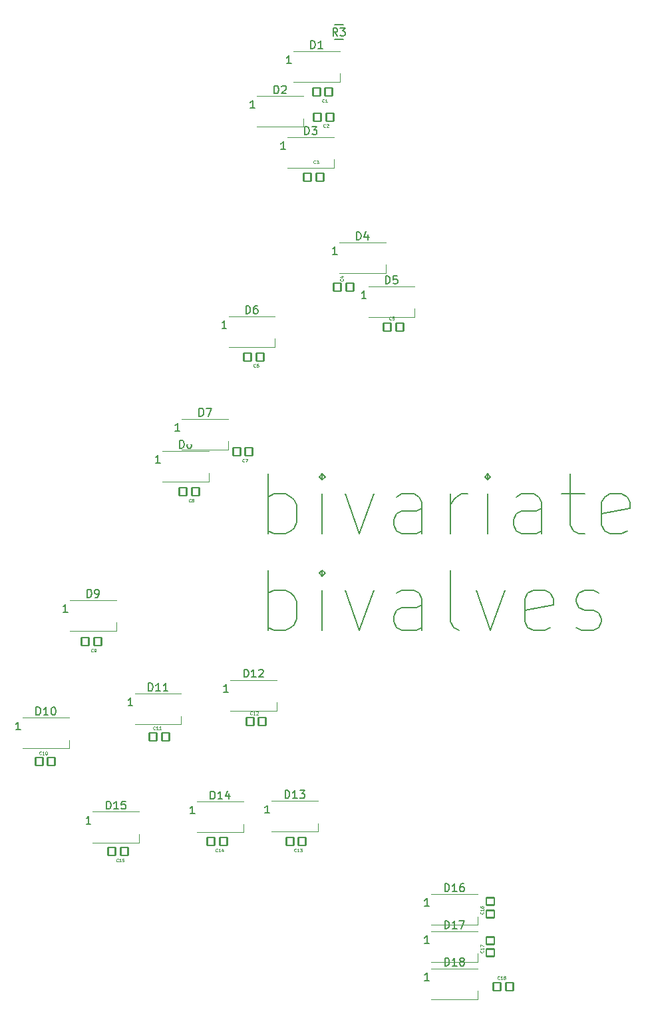
<source format=gto>
G04 #@! TF.GenerationSoftware,KiCad,Pcbnew,7.0.7*
G04 #@! TF.CreationDate,2023-09-07T11:23:27-07:00*
G04 #@! TF.ProjectId,bivariate-bivalve,62697661-7269-4617-9465-2d626976616c,rev?*
G04 #@! TF.SameCoordinates,Original*
G04 #@! TF.FileFunction,Legend,Top*
G04 #@! TF.FilePolarity,Positive*
%FSLAX46Y46*%
G04 Gerber Fmt 4.6, Leading zero omitted, Abs format (unit mm)*
G04 Created by KiCad (PCBNEW 7.0.7) date 2023-09-07 11:23:27*
%MOMM*%
%LPD*%
G01*
G04 APERTURE LIST*
G04 Aperture macros list*
%AMRoundRect*
0 Rectangle with rounded corners*
0 $1 Rounding radius*
0 $2 $3 $4 $5 $6 $7 $8 $9 X,Y pos of 4 corners*
0 Add a 4 corners polygon primitive as box body*
4,1,4,$2,$3,$4,$5,$6,$7,$8,$9,$2,$3,0*
0 Add four circle primitives for the rounded corners*
1,1,$1+$1,$2,$3*
1,1,$1+$1,$4,$5*
1,1,$1+$1,$6,$7*
1,1,$1+$1,$8,$9*
0 Add four rect primitives between the rounded corners*
20,1,$1+$1,$2,$3,$4,$5,0*
20,1,$1+$1,$4,$5,$6,$7,0*
20,1,$1+$1,$6,$7,$8,$9,0*
20,1,$1+$1,$8,$9,$2,$3,0*%
G04 Aperture macros list end*
%ADD10C,0.150000*%
%ADD11C,0.098425*%
%ADD12C,0.120000*%
%ADD13C,0.152400*%
%ADD14C,1.000000*%
%ADD15C,1.600000*%
%ADD16O,1.600000X1.600000*%
%ADD17R,1.700000X1.700000*%
%ADD18O,1.700000X1.700000*%
%ADD19C,6.200000*%
%ADD20R,1.600000X0.850000*%
%ADD21C,1.295400*%
%ADD22R,1.295400X1.295400*%
%ADD23RoundRect,0.102000X-0.470000X-0.510000X0.470000X-0.510000X0.470000X0.510000X-0.470000X0.510000X0*%
%ADD24RoundRect,0.102000X0.510000X-0.470000X0.510000X0.470000X-0.510000X0.470000X-0.510000X-0.470000X0*%
%ADD25R,1.117600X1.600200*%
%ADD26RoundRect,0.250001X0.799999X0.799999X-0.799999X0.799999X-0.799999X-0.799999X0.799999X-0.799999X0*%
%ADD27RoundRect,0.102000X0.470000X0.510000X-0.470000X0.510000X-0.470000X-0.510000X0.470000X-0.510000X0*%
G04 APERTURE END LIST*
D10*
X102612969Y-114621457D02*
X102612969Y-107001457D01*
X102612969Y-109904314D02*
X103338684Y-109541457D01*
X103338684Y-109541457D02*
X104790112Y-109541457D01*
X104790112Y-109541457D02*
X105515826Y-109904314D01*
X105515826Y-109904314D02*
X105878684Y-110267171D01*
X105878684Y-110267171D02*
X106241541Y-110992885D01*
X106241541Y-110992885D02*
X106241541Y-113170028D01*
X106241541Y-113170028D02*
X105878684Y-113895742D01*
X105878684Y-113895742D02*
X105515826Y-114258600D01*
X105515826Y-114258600D02*
X104790112Y-114621457D01*
X104790112Y-114621457D02*
X103338684Y-114621457D01*
X103338684Y-114621457D02*
X102612969Y-114258600D01*
X109507255Y-114621457D02*
X109507255Y-109541457D01*
X109507255Y-107001457D02*
X109144398Y-107364314D01*
X109144398Y-107364314D02*
X109507255Y-107727171D01*
X109507255Y-107727171D02*
X109870112Y-107364314D01*
X109870112Y-107364314D02*
X109507255Y-107001457D01*
X109507255Y-107001457D02*
X109507255Y-107727171D01*
X112410112Y-109541457D02*
X114224398Y-114621457D01*
X114224398Y-114621457D02*
X116038683Y-109541457D01*
X122207255Y-114621457D02*
X122207255Y-110630028D01*
X122207255Y-110630028D02*
X121844397Y-109904314D01*
X121844397Y-109904314D02*
X121118683Y-109541457D01*
X121118683Y-109541457D02*
X119667255Y-109541457D01*
X119667255Y-109541457D02*
X118941540Y-109904314D01*
X122207255Y-114258600D02*
X121481540Y-114621457D01*
X121481540Y-114621457D02*
X119667255Y-114621457D01*
X119667255Y-114621457D02*
X118941540Y-114258600D01*
X118941540Y-114258600D02*
X118578683Y-113532885D01*
X118578683Y-113532885D02*
X118578683Y-112807171D01*
X118578683Y-112807171D02*
X118941540Y-112081457D01*
X118941540Y-112081457D02*
X119667255Y-111718600D01*
X119667255Y-111718600D02*
X121481540Y-111718600D01*
X121481540Y-111718600D02*
X122207255Y-111355742D01*
X125835826Y-114621457D02*
X125835826Y-109541457D01*
X125835826Y-110992885D02*
X126198683Y-110267171D01*
X126198683Y-110267171D02*
X126561541Y-109904314D01*
X126561541Y-109904314D02*
X127287255Y-109541457D01*
X127287255Y-109541457D02*
X128012969Y-109541457D01*
X130552969Y-114621457D02*
X130552969Y-109541457D01*
X130552969Y-107001457D02*
X130190112Y-107364314D01*
X130190112Y-107364314D02*
X130552969Y-107727171D01*
X130552969Y-107727171D02*
X130915826Y-107364314D01*
X130915826Y-107364314D02*
X130552969Y-107001457D01*
X130552969Y-107001457D02*
X130552969Y-107727171D01*
X137447255Y-114621457D02*
X137447255Y-110630028D01*
X137447255Y-110630028D02*
X137084397Y-109904314D01*
X137084397Y-109904314D02*
X136358683Y-109541457D01*
X136358683Y-109541457D02*
X134907255Y-109541457D01*
X134907255Y-109541457D02*
X134181540Y-109904314D01*
X137447255Y-114258600D02*
X136721540Y-114621457D01*
X136721540Y-114621457D02*
X134907255Y-114621457D01*
X134907255Y-114621457D02*
X134181540Y-114258600D01*
X134181540Y-114258600D02*
X133818683Y-113532885D01*
X133818683Y-113532885D02*
X133818683Y-112807171D01*
X133818683Y-112807171D02*
X134181540Y-112081457D01*
X134181540Y-112081457D02*
X134907255Y-111718600D01*
X134907255Y-111718600D02*
X136721540Y-111718600D01*
X136721540Y-111718600D02*
X137447255Y-111355742D01*
X139987255Y-109541457D02*
X142890112Y-109541457D01*
X141075826Y-107001457D02*
X141075826Y-113532885D01*
X141075826Y-113532885D02*
X141438683Y-114258600D01*
X141438683Y-114258600D02*
X142164398Y-114621457D01*
X142164398Y-114621457D02*
X142890112Y-114621457D01*
X148332969Y-114258600D02*
X147607255Y-114621457D01*
X147607255Y-114621457D02*
X146155827Y-114621457D01*
X146155827Y-114621457D02*
X145430112Y-114258600D01*
X145430112Y-114258600D02*
X145067255Y-113532885D01*
X145067255Y-113532885D02*
X145067255Y-110630028D01*
X145067255Y-110630028D02*
X145430112Y-109904314D01*
X145430112Y-109904314D02*
X146155827Y-109541457D01*
X146155827Y-109541457D02*
X147607255Y-109541457D01*
X147607255Y-109541457D02*
X148332969Y-109904314D01*
X148332969Y-109904314D02*
X148695827Y-110630028D01*
X148695827Y-110630028D02*
X148695827Y-111355742D01*
X148695827Y-111355742D02*
X145067255Y-112081457D01*
X102612969Y-126889657D02*
X102612969Y-119269657D01*
X102612969Y-122172514D02*
X103338684Y-121809657D01*
X103338684Y-121809657D02*
X104790112Y-121809657D01*
X104790112Y-121809657D02*
X105515826Y-122172514D01*
X105515826Y-122172514D02*
X105878684Y-122535371D01*
X105878684Y-122535371D02*
X106241541Y-123261085D01*
X106241541Y-123261085D02*
X106241541Y-125438228D01*
X106241541Y-125438228D02*
X105878684Y-126163942D01*
X105878684Y-126163942D02*
X105515826Y-126526800D01*
X105515826Y-126526800D02*
X104790112Y-126889657D01*
X104790112Y-126889657D02*
X103338684Y-126889657D01*
X103338684Y-126889657D02*
X102612969Y-126526800D01*
X109507255Y-126889657D02*
X109507255Y-121809657D01*
X109507255Y-119269657D02*
X109144398Y-119632514D01*
X109144398Y-119632514D02*
X109507255Y-119995371D01*
X109507255Y-119995371D02*
X109870112Y-119632514D01*
X109870112Y-119632514D02*
X109507255Y-119269657D01*
X109507255Y-119269657D02*
X109507255Y-119995371D01*
X112410112Y-121809657D02*
X114224398Y-126889657D01*
X114224398Y-126889657D02*
X116038683Y-121809657D01*
X122207255Y-126889657D02*
X122207255Y-122898228D01*
X122207255Y-122898228D02*
X121844397Y-122172514D01*
X121844397Y-122172514D02*
X121118683Y-121809657D01*
X121118683Y-121809657D02*
X119667255Y-121809657D01*
X119667255Y-121809657D02*
X118941540Y-122172514D01*
X122207255Y-126526800D02*
X121481540Y-126889657D01*
X121481540Y-126889657D02*
X119667255Y-126889657D01*
X119667255Y-126889657D02*
X118941540Y-126526800D01*
X118941540Y-126526800D02*
X118578683Y-125801085D01*
X118578683Y-125801085D02*
X118578683Y-125075371D01*
X118578683Y-125075371D02*
X118941540Y-124349657D01*
X118941540Y-124349657D02*
X119667255Y-123986800D01*
X119667255Y-123986800D02*
X121481540Y-123986800D01*
X121481540Y-123986800D02*
X122207255Y-123623942D01*
X126924398Y-126889657D02*
X126198683Y-126526800D01*
X126198683Y-126526800D02*
X125835826Y-125801085D01*
X125835826Y-125801085D02*
X125835826Y-119269657D01*
X129101541Y-121809657D02*
X130915827Y-126889657D01*
X130915827Y-126889657D02*
X132730112Y-121809657D01*
X138535826Y-126526800D02*
X137810112Y-126889657D01*
X137810112Y-126889657D02*
X136358684Y-126889657D01*
X136358684Y-126889657D02*
X135632969Y-126526800D01*
X135632969Y-126526800D02*
X135270112Y-125801085D01*
X135270112Y-125801085D02*
X135270112Y-122898228D01*
X135270112Y-122898228D02*
X135632969Y-122172514D01*
X135632969Y-122172514D02*
X136358684Y-121809657D01*
X136358684Y-121809657D02*
X137810112Y-121809657D01*
X137810112Y-121809657D02*
X138535826Y-122172514D01*
X138535826Y-122172514D02*
X138898684Y-122898228D01*
X138898684Y-122898228D02*
X138898684Y-123623942D01*
X138898684Y-123623942D02*
X135270112Y-124349657D01*
X141801541Y-126526800D02*
X142527255Y-126889657D01*
X142527255Y-126889657D02*
X143978684Y-126889657D01*
X143978684Y-126889657D02*
X144704398Y-126526800D01*
X144704398Y-126526800D02*
X145067255Y-125801085D01*
X145067255Y-125801085D02*
X145067255Y-125438228D01*
X145067255Y-125438228D02*
X144704398Y-124712514D01*
X144704398Y-124712514D02*
X143978684Y-124349657D01*
X143978684Y-124349657D02*
X142890113Y-124349657D01*
X142890113Y-124349657D02*
X142164398Y-123986800D01*
X142164398Y-123986800D02*
X141801541Y-123261085D01*
X141801541Y-123261085D02*
X141801541Y-122898228D01*
X141801541Y-122898228D02*
X142164398Y-122172514D01*
X142164398Y-122172514D02*
X142890113Y-121809657D01*
X142890113Y-121809657D02*
X143978684Y-121809657D01*
X143978684Y-121809657D02*
X144704398Y-122172514D01*
X125089614Y-164789819D02*
X125089614Y-163789819D01*
X125089614Y-163789819D02*
X125327709Y-163789819D01*
X125327709Y-163789819D02*
X125470566Y-163837438D01*
X125470566Y-163837438D02*
X125565804Y-163932676D01*
X125565804Y-163932676D02*
X125613423Y-164027914D01*
X125613423Y-164027914D02*
X125661042Y-164218390D01*
X125661042Y-164218390D02*
X125661042Y-164361247D01*
X125661042Y-164361247D02*
X125613423Y-164551723D01*
X125613423Y-164551723D02*
X125565804Y-164646961D01*
X125565804Y-164646961D02*
X125470566Y-164742200D01*
X125470566Y-164742200D02*
X125327709Y-164789819D01*
X125327709Y-164789819D02*
X125089614Y-164789819D01*
X126613423Y-164789819D02*
X126041995Y-164789819D01*
X126327709Y-164789819D02*
X126327709Y-163789819D01*
X126327709Y-163789819D02*
X126232471Y-163932676D01*
X126232471Y-163932676D02*
X126137233Y-164027914D01*
X126137233Y-164027914D02*
X126041995Y-164075533D01*
X126946757Y-163789819D02*
X127613423Y-163789819D01*
X127613423Y-163789819D02*
X127184852Y-164789819D01*
X123089614Y-166664819D02*
X122518186Y-166664819D01*
X122803900Y-166664819D02*
X122803900Y-165664819D01*
X122803900Y-165664819D02*
X122708662Y-165807676D01*
X122708662Y-165807676D02*
X122613424Y-165902914D01*
X122613424Y-165902914D02*
X122518186Y-165950533D01*
X113869105Y-77241099D02*
X113869105Y-76241099D01*
X113869105Y-76241099D02*
X114107200Y-76241099D01*
X114107200Y-76241099D02*
X114250057Y-76288718D01*
X114250057Y-76288718D02*
X114345295Y-76383956D01*
X114345295Y-76383956D02*
X114392914Y-76479194D01*
X114392914Y-76479194D02*
X114440533Y-76669670D01*
X114440533Y-76669670D02*
X114440533Y-76812527D01*
X114440533Y-76812527D02*
X114392914Y-77003003D01*
X114392914Y-77003003D02*
X114345295Y-77098241D01*
X114345295Y-77098241D02*
X114250057Y-77193480D01*
X114250057Y-77193480D02*
X114107200Y-77241099D01*
X114107200Y-77241099D02*
X113869105Y-77241099D01*
X115297676Y-76574432D02*
X115297676Y-77241099D01*
X115059581Y-76193480D02*
X114821486Y-76907765D01*
X114821486Y-76907765D02*
X115440533Y-76907765D01*
X111392914Y-79116099D02*
X110821486Y-79116099D01*
X111107200Y-79116099D02*
X111107200Y-78116099D01*
X111107200Y-78116099D02*
X111011962Y-78258956D01*
X111011962Y-78258956D02*
X110916724Y-78354194D01*
X110916724Y-78354194D02*
X110821486Y-78401813D01*
X107287965Y-63880699D02*
X107287965Y-62880699D01*
X107287965Y-62880699D02*
X107526060Y-62880699D01*
X107526060Y-62880699D02*
X107668917Y-62928318D01*
X107668917Y-62928318D02*
X107764155Y-63023556D01*
X107764155Y-63023556D02*
X107811774Y-63118794D01*
X107811774Y-63118794D02*
X107859393Y-63309270D01*
X107859393Y-63309270D02*
X107859393Y-63452127D01*
X107859393Y-63452127D02*
X107811774Y-63642603D01*
X107811774Y-63642603D02*
X107764155Y-63737841D01*
X107764155Y-63737841D02*
X107668917Y-63833080D01*
X107668917Y-63833080D02*
X107526060Y-63880699D01*
X107526060Y-63880699D02*
X107287965Y-63880699D01*
X108192727Y-62880699D02*
X108811774Y-62880699D01*
X108811774Y-62880699D02*
X108478441Y-63261651D01*
X108478441Y-63261651D02*
X108621298Y-63261651D01*
X108621298Y-63261651D02*
X108716536Y-63309270D01*
X108716536Y-63309270D02*
X108764155Y-63356889D01*
X108764155Y-63356889D02*
X108811774Y-63452127D01*
X108811774Y-63452127D02*
X108811774Y-63690222D01*
X108811774Y-63690222D02*
X108764155Y-63785460D01*
X108764155Y-63785460D02*
X108716536Y-63833080D01*
X108716536Y-63833080D02*
X108621298Y-63880699D01*
X108621298Y-63880699D02*
X108335584Y-63880699D01*
X108335584Y-63880699D02*
X108240346Y-63833080D01*
X108240346Y-63833080D02*
X108192727Y-63785460D01*
X104811774Y-65755699D02*
X104240346Y-65755699D01*
X104526060Y-65755699D02*
X104526060Y-64755699D01*
X104526060Y-64755699D02*
X104430822Y-64898556D01*
X104430822Y-64898556D02*
X104335584Y-64993794D01*
X104335584Y-64993794D02*
X104240346Y-65041413D01*
X91346925Y-103725679D02*
X91346925Y-102725679D01*
X91346925Y-102725679D02*
X91585020Y-102725679D01*
X91585020Y-102725679D02*
X91727877Y-102773298D01*
X91727877Y-102773298D02*
X91823115Y-102868536D01*
X91823115Y-102868536D02*
X91870734Y-102963774D01*
X91870734Y-102963774D02*
X91918353Y-103154250D01*
X91918353Y-103154250D02*
X91918353Y-103297107D01*
X91918353Y-103297107D02*
X91870734Y-103487583D01*
X91870734Y-103487583D02*
X91823115Y-103582821D01*
X91823115Y-103582821D02*
X91727877Y-103678060D01*
X91727877Y-103678060D02*
X91585020Y-103725679D01*
X91585020Y-103725679D02*
X91346925Y-103725679D01*
X92489782Y-103154250D02*
X92394544Y-103106631D01*
X92394544Y-103106631D02*
X92346925Y-103059012D01*
X92346925Y-103059012D02*
X92299306Y-102963774D01*
X92299306Y-102963774D02*
X92299306Y-102916155D01*
X92299306Y-102916155D02*
X92346925Y-102820917D01*
X92346925Y-102820917D02*
X92394544Y-102773298D01*
X92394544Y-102773298D02*
X92489782Y-102725679D01*
X92489782Y-102725679D02*
X92680258Y-102725679D01*
X92680258Y-102725679D02*
X92775496Y-102773298D01*
X92775496Y-102773298D02*
X92823115Y-102820917D01*
X92823115Y-102820917D02*
X92870734Y-102916155D01*
X92870734Y-102916155D02*
X92870734Y-102963774D01*
X92870734Y-102963774D02*
X92823115Y-103059012D01*
X92823115Y-103059012D02*
X92775496Y-103106631D01*
X92775496Y-103106631D02*
X92680258Y-103154250D01*
X92680258Y-103154250D02*
X92489782Y-103154250D01*
X92489782Y-103154250D02*
X92394544Y-103201869D01*
X92394544Y-103201869D02*
X92346925Y-103249488D01*
X92346925Y-103249488D02*
X92299306Y-103344726D01*
X92299306Y-103344726D02*
X92299306Y-103535202D01*
X92299306Y-103535202D02*
X92346925Y-103630440D01*
X92346925Y-103630440D02*
X92394544Y-103678060D01*
X92394544Y-103678060D02*
X92489782Y-103725679D01*
X92489782Y-103725679D02*
X92680258Y-103725679D01*
X92680258Y-103725679D02*
X92775496Y-103678060D01*
X92775496Y-103678060D02*
X92823115Y-103630440D01*
X92823115Y-103630440D02*
X92870734Y-103535202D01*
X92870734Y-103535202D02*
X92870734Y-103344726D01*
X92870734Y-103344726D02*
X92823115Y-103249488D01*
X92823115Y-103249488D02*
X92775496Y-103201869D01*
X92775496Y-103201869D02*
X92680258Y-103154250D01*
X88870734Y-105600679D02*
X88299306Y-105600679D01*
X88585020Y-105600679D02*
X88585020Y-104600679D01*
X88585020Y-104600679D02*
X88489782Y-104743536D01*
X88489782Y-104743536D02*
X88394544Y-104838774D01*
X88394544Y-104838774D02*
X88299306Y-104886393D01*
X103389065Y-58660999D02*
X103389065Y-57660999D01*
X103389065Y-57660999D02*
X103627160Y-57660999D01*
X103627160Y-57660999D02*
X103770017Y-57708618D01*
X103770017Y-57708618D02*
X103865255Y-57803856D01*
X103865255Y-57803856D02*
X103912874Y-57899094D01*
X103912874Y-57899094D02*
X103960493Y-58089570D01*
X103960493Y-58089570D02*
X103960493Y-58232427D01*
X103960493Y-58232427D02*
X103912874Y-58422903D01*
X103912874Y-58422903D02*
X103865255Y-58518141D01*
X103865255Y-58518141D02*
X103770017Y-58613380D01*
X103770017Y-58613380D02*
X103627160Y-58660999D01*
X103627160Y-58660999D02*
X103389065Y-58660999D01*
X104341446Y-57756237D02*
X104389065Y-57708618D01*
X104389065Y-57708618D02*
X104484303Y-57660999D01*
X104484303Y-57660999D02*
X104722398Y-57660999D01*
X104722398Y-57660999D02*
X104817636Y-57708618D01*
X104817636Y-57708618D02*
X104865255Y-57756237D01*
X104865255Y-57756237D02*
X104912874Y-57851475D01*
X104912874Y-57851475D02*
X104912874Y-57946713D01*
X104912874Y-57946713D02*
X104865255Y-58089570D01*
X104865255Y-58089570D02*
X104293827Y-58660999D01*
X104293827Y-58660999D02*
X104912874Y-58660999D01*
X100912874Y-60535999D02*
X100341446Y-60535999D01*
X100627160Y-60535999D02*
X100627160Y-59535999D01*
X100627160Y-59535999D02*
X100531922Y-59678856D01*
X100531922Y-59678856D02*
X100436684Y-59774094D01*
X100436684Y-59774094D02*
X100341446Y-59821713D01*
X125089614Y-169509139D02*
X125089614Y-168509139D01*
X125089614Y-168509139D02*
X125327709Y-168509139D01*
X125327709Y-168509139D02*
X125470566Y-168556758D01*
X125470566Y-168556758D02*
X125565804Y-168651996D01*
X125565804Y-168651996D02*
X125613423Y-168747234D01*
X125613423Y-168747234D02*
X125661042Y-168937710D01*
X125661042Y-168937710D02*
X125661042Y-169080567D01*
X125661042Y-169080567D02*
X125613423Y-169271043D01*
X125613423Y-169271043D02*
X125565804Y-169366281D01*
X125565804Y-169366281D02*
X125470566Y-169461520D01*
X125470566Y-169461520D02*
X125327709Y-169509139D01*
X125327709Y-169509139D02*
X125089614Y-169509139D01*
X126613423Y-169509139D02*
X126041995Y-169509139D01*
X126327709Y-169509139D02*
X126327709Y-168509139D01*
X126327709Y-168509139D02*
X126232471Y-168651996D01*
X126232471Y-168651996D02*
X126137233Y-168747234D01*
X126137233Y-168747234D02*
X126041995Y-168794853D01*
X127184852Y-168937710D02*
X127089614Y-168890091D01*
X127089614Y-168890091D02*
X127041995Y-168842472D01*
X127041995Y-168842472D02*
X126994376Y-168747234D01*
X126994376Y-168747234D02*
X126994376Y-168699615D01*
X126994376Y-168699615D02*
X127041995Y-168604377D01*
X127041995Y-168604377D02*
X127089614Y-168556758D01*
X127089614Y-168556758D02*
X127184852Y-168509139D01*
X127184852Y-168509139D02*
X127375328Y-168509139D01*
X127375328Y-168509139D02*
X127470566Y-168556758D01*
X127470566Y-168556758D02*
X127518185Y-168604377D01*
X127518185Y-168604377D02*
X127565804Y-168699615D01*
X127565804Y-168699615D02*
X127565804Y-168747234D01*
X127565804Y-168747234D02*
X127518185Y-168842472D01*
X127518185Y-168842472D02*
X127470566Y-168890091D01*
X127470566Y-168890091D02*
X127375328Y-168937710D01*
X127375328Y-168937710D02*
X127184852Y-168937710D01*
X127184852Y-168937710D02*
X127089614Y-168985329D01*
X127089614Y-168985329D02*
X127041995Y-169032948D01*
X127041995Y-169032948D02*
X126994376Y-169128186D01*
X126994376Y-169128186D02*
X126994376Y-169318662D01*
X126994376Y-169318662D02*
X127041995Y-169413900D01*
X127041995Y-169413900D02*
X127089614Y-169461520D01*
X127089614Y-169461520D02*
X127184852Y-169509139D01*
X127184852Y-169509139D02*
X127375328Y-169509139D01*
X127375328Y-169509139D02*
X127470566Y-169461520D01*
X127470566Y-169461520D02*
X127518185Y-169413900D01*
X127518185Y-169413900D02*
X127565804Y-169318662D01*
X127565804Y-169318662D02*
X127565804Y-169128186D01*
X127565804Y-169128186D02*
X127518185Y-169032948D01*
X127518185Y-169032948D02*
X127470566Y-168985329D01*
X127470566Y-168985329D02*
X127375328Y-168937710D01*
X123089614Y-171384139D02*
X122518186Y-171384139D01*
X122803900Y-171384139D02*
X122803900Y-170384139D01*
X122803900Y-170384139D02*
X122708662Y-170526996D01*
X122708662Y-170526996D02*
X122613424Y-170622234D01*
X122613424Y-170622234D02*
X122518186Y-170669853D01*
X125089614Y-160073039D02*
X125089614Y-159073039D01*
X125089614Y-159073039D02*
X125327709Y-159073039D01*
X125327709Y-159073039D02*
X125470566Y-159120658D01*
X125470566Y-159120658D02*
X125565804Y-159215896D01*
X125565804Y-159215896D02*
X125613423Y-159311134D01*
X125613423Y-159311134D02*
X125661042Y-159501610D01*
X125661042Y-159501610D02*
X125661042Y-159644467D01*
X125661042Y-159644467D02*
X125613423Y-159834943D01*
X125613423Y-159834943D02*
X125565804Y-159930181D01*
X125565804Y-159930181D02*
X125470566Y-160025420D01*
X125470566Y-160025420D02*
X125327709Y-160073039D01*
X125327709Y-160073039D02*
X125089614Y-160073039D01*
X126613423Y-160073039D02*
X126041995Y-160073039D01*
X126327709Y-160073039D02*
X126327709Y-159073039D01*
X126327709Y-159073039D02*
X126232471Y-159215896D01*
X126232471Y-159215896D02*
X126137233Y-159311134D01*
X126137233Y-159311134D02*
X126041995Y-159358753D01*
X127470566Y-159073039D02*
X127280090Y-159073039D01*
X127280090Y-159073039D02*
X127184852Y-159120658D01*
X127184852Y-159120658D02*
X127137233Y-159168277D01*
X127137233Y-159168277D02*
X127041995Y-159311134D01*
X127041995Y-159311134D02*
X126994376Y-159501610D01*
X126994376Y-159501610D02*
X126994376Y-159882562D01*
X126994376Y-159882562D02*
X127041995Y-159977800D01*
X127041995Y-159977800D02*
X127089614Y-160025420D01*
X127089614Y-160025420D02*
X127184852Y-160073039D01*
X127184852Y-160073039D02*
X127375328Y-160073039D01*
X127375328Y-160073039D02*
X127470566Y-160025420D01*
X127470566Y-160025420D02*
X127518185Y-159977800D01*
X127518185Y-159977800D02*
X127565804Y-159882562D01*
X127565804Y-159882562D02*
X127565804Y-159644467D01*
X127565804Y-159644467D02*
X127518185Y-159549229D01*
X127518185Y-159549229D02*
X127470566Y-159501610D01*
X127470566Y-159501610D02*
X127375328Y-159453991D01*
X127375328Y-159453991D02*
X127184852Y-159453991D01*
X127184852Y-159453991D02*
X127089614Y-159501610D01*
X127089614Y-159501610D02*
X127041995Y-159549229D01*
X127041995Y-159549229D02*
X126994376Y-159644467D01*
X123089614Y-161948039D02*
X122518186Y-161948039D01*
X122803900Y-161948039D02*
X122803900Y-160948039D01*
X122803900Y-160948039D02*
X122708662Y-161090896D01*
X122708662Y-161090896D02*
X122613424Y-161186134D01*
X122613424Y-161186134D02*
X122518186Y-161233753D01*
D11*
X132051907Y-171204519D02*
X132033159Y-171223267D01*
X132033159Y-171223267D02*
X131976916Y-171242014D01*
X131976916Y-171242014D02*
X131939421Y-171242014D01*
X131939421Y-171242014D02*
X131883178Y-171223267D01*
X131883178Y-171223267D02*
X131845683Y-171185771D01*
X131845683Y-171185771D02*
X131826935Y-171148276D01*
X131826935Y-171148276D02*
X131808187Y-171073285D01*
X131808187Y-171073285D02*
X131808187Y-171017042D01*
X131808187Y-171017042D02*
X131826935Y-170942052D01*
X131826935Y-170942052D02*
X131845683Y-170904556D01*
X131845683Y-170904556D02*
X131883178Y-170867061D01*
X131883178Y-170867061D02*
X131939421Y-170848313D01*
X131939421Y-170848313D02*
X131976916Y-170848313D01*
X131976916Y-170848313D02*
X132033159Y-170867061D01*
X132033159Y-170867061D02*
X132051907Y-170885809D01*
X132426860Y-171242014D02*
X132201888Y-171242014D01*
X132314374Y-171242014D02*
X132314374Y-170848313D01*
X132314374Y-170848313D02*
X132276879Y-170904556D01*
X132276879Y-170904556D02*
X132239384Y-170942052D01*
X132239384Y-170942052D02*
X132201888Y-170960799D01*
X132651832Y-171017042D02*
X132614337Y-170998295D01*
X132614337Y-170998295D02*
X132595589Y-170979547D01*
X132595589Y-170979547D02*
X132576841Y-170942052D01*
X132576841Y-170942052D02*
X132576841Y-170923304D01*
X132576841Y-170923304D02*
X132595589Y-170885809D01*
X132595589Y-170885809D02*
X132614337Y-170867061D01*
X132614337Y-170867061D02*
X132651832Y-170848313D01*
X132651832Y-170848313D02*
X132726823Y-170848313D01*
X132726823Y-170848313D02*
X132764318Y-170867061D01*
X132764318Y-170867061D02*
X132783066Y-170885809D01*
X132783066Y-170885809D02*
X132801813Y-170923304D01*
X132801813Y-170923304D02*
X132801813Y-170942052D01*
X132801813Y-170942052D02*
X132783066Y-170979547D01*
X132783066Y-170979547D02*
X132764318Y-170998295D01*
X132764318Y-170998295D02*
X132726823Y-171017042D01*
X132726823Y-171017042D02*
X132651832Y-171017042D01*
X132651832Y-171017042D02*
X132614337Y-171035790D01*
X132614337Y-171035790D02*
X132595589Y-171054538D01*
X132595589Y-171054538D02*
X132576841Y-171092033D01*
X132576841Y-171092033D02*
X132576841Y-171167024D01*
X132576841Y-171167024D02*
X132595589Y-171204519D01*
X132595589Y-171204519D02*
X132614337Y-171223267D01*
X132614337Y-171223267D02*
X132651832Y-171242014D01*
X132651832Y-171242014D02*
X132726823Y-171242014D01*
X132726823Y-171242014D02*
X132764318Y-171223267D01*
X132764318Y-171223267D02*
X132783066Y-171204519D01*
X132783066Y-171204519D02*
X132801813Y-171167024D01*
X132801813Y-171167024D02*
X132801813Y-171092033D01*
X132801813Y-171092033D02*
X132783066Y-171054538D01*
X132783066Y-171054538D02*
X132764318Y-171035790D01*
X132764318Y-171035790D02*
X132726823Y-171017042D01*
X129964519Y-167598092D02*
X129983267Y-167616840D01*
X129983267Y-167616840D02*
X130002014Y-167673083D01*
X130002014Y-167673083D02*
X130002014Y-167710578D01*
X130002014Y-167710578D02*
X129983267Y-167766821D01*
X129983267Y-167766821D02*
X129945771Y-167804317D01*
X129945771Y-167804317D02*
X129908276Y-167823064D01*
X129908276Y-167823064D02*
X129833285Y-167841812D01*
X129833285Y-167841812D02*
X129777042Y-167841812D01*
X129777042Y-167841812D02*
X129702052Y-167823064D01*
X129702052Y-167823064D02*
X129664556Y-167804317D01*
X129664556Y-167804317D02*
X129627061Y-167766821D01*
X129627061Y-167766821D02*
X129608313Y-167710578D01*
X129608313Y-167710578D02*
X129608313Y-167673083D01*
X129608313Y-167673083D02*
X129627061Y-167616840D01*
X129627061Y-167616840D02*
X129645809Y-167598092D01*
X130002014Y-167223139D02*
X130002014Y-167448111D01*
X130002014Y-167335625D02*
X129608313Y-167335625D01*
X129608313Y-167335625D02*
X129664556Y-167373120D01*
X129664556Y-167373120D02*
X129702052Y-167410616D01*
X129702052Y-167410616D02*
X129720799Y-167448111D01*
X129608313Y-167091906D02*
X129608313Y-166829438D01*
X129608313Y-166829438D02*
X130002014Y-166998167D01*
X129964519Y-162673092D02*
X129983267Y-162691840D01*
X129983267Y-162691840D02*
X130002014Y-162748083D01*
X130002014Y-162748083D02*
X130002014Y-162785578D01*
X130002014Y-162785578D02*
X129983267Y-162841821D01*
X129983267Y-162841821D02*
X129945771Y-162879317D01*
X129945771Y-162879317D02*
X129908276Y-162898064D01*
X129908276Y-162898064D02*
X129833285Y-162916812D01*
X129833285Y-162916812D02*
X129777042Y-162916812D01*
X129777042Y-162916812D02*
X129702052Y-162898064D01*
X129702052Y-162898064D02*
X129664556Y-162879317D01*
X129664556Y-162879317D02*
X129627061Y-162841821D01*
X129627061Y-162841821D02*
X129608313Y-162785578D01*
X129608313Y-162785578D02*
X129608313Y-162748083D01*
X129608313Y-162748083D02*
X129627061Y-162691840D01*
X129627061Y-162691840D02*
X129645809Y-162673092D01*
X130002014Y-162298139D02*
X130002014Y-162523111D01*
X130002014Y-162410625D02*
X129608313Y-162410625D01*
X129608313Y-162410625D02*
X129664556Y-162448120D01*
X129664556Y-162448120D02*
X129702052Y-162485616D01*
X129702052Y-162485616D02*
X129720799Y-162523111D01*
X129608313Y-161960681D02*
X129608313Y-162035672D01*
X129608313Y-162035672D02*
X129627061Y-162073167D01*
X129627061Y-162073167D02*
X129645809Y-162091915D01*
X129645809Y-162091915D02*
X129702052Y-162129410D01*
X129702052Y-162129410D02*
X129777042Y-162148158D01*
X129777042Y-162148158D02*
X129927024Y-162148158D01*
X129927024Y-162148158D02*
X129964519Y-162129410D01*
X129964519Y-162129410D02*
X129983267Y-162110663D01*
X129983267Y-162110663D02*
X130002014Y-162073167D01*
X130002014Y-162073167D02*
X130002014Y-161998177D01*
X130002014Y-161998177D02*
X129983267Y-161960681D01*
X129983267Y-161960681D02*
X129964519Y-161941934D01*
X129964519Y-161941934D02*
X129927024Y-161923186D01*
X129927024Y-161923186D02*
X129833285Y-161923186D01*
X129833285Y-161923186D02*
X129795790Y-161941934D01*
X129795790Y-161941934D02*
X129777042Y-161960681D01*
X129777042Y-161960681D02*
X129758295Y-161998177D01*
X129758295Y-161998177D02*
X129758295Y-162073167D01*
X129758295Y-162073167D02*
X129777042Y-162110663D01*
X129777042Y-162110663D02*
X129795790Y-162129410D01*
X129795790Y-162129410D02*
X129833285Y-162148158D01*
D10*
X111443333Y-51334819D02*
X111110000Y-50858628D01*
X110871905Y-51334819D02*
X110871905Y-50334819D01*
X110871905Y-50334819D02*
X111252857Y-50334819D01*
X111252857Y-50334819D02*
X111348095Y-50382438D01*
X111348095Y-50382438D02*
X111395714Y-50430057D01*
X111395714Y-50430057D02*
X111443333Y-50525295D01*
X111443333Y-50525295D02*
X111443333Y-50668152D01*
X111443333Y-50668152D02*
X111395714Y-50763390D01*
X111395714Y-50763390D02*
X111348095Y-50811009D01*
X111348095Y-50811009D02*
X111252857Y-50858628D01*
X111252857Y-50858628D02*
X110871905Y-50858628D01*
X111776667Y-50334819D02*
X112395714Y-50334819D01*
X112395714Y-50334819D02*
X112062381Y-50715771D01*
X112062381Y-50715771D02*
X112205238Y-50715771D01*
X112205238Y-50715771D02*
X112300476Y-50763390D01*
X112300476Y-50763390D02*
X112348095Y-50811009D01*
X112348095Y-50811009D02*
X112395714Y-50906247D01*
X112395714Y-50906247D02*
X112395714Y-51144342D01*
X112395714Y-51144342D02*
X112348095Y-51239580D01*
X112348095Y-51239580D02*
X112300476Y-51287200D01*
X112300476Y-51287200D02*
X112205238Y-51334819D01*
X112205238Y-51334819D02*
X111919524Y-51334819D01*
X111919524Y-51334819D02*
X111824286Y-51287200D01*
X111824286Y-51287200D02*
X111776667Y-51239580D01*
X82031534Y-149600619D02*
X82031534Y-148600619D01*
X82031534Y-148600619D02*
X82269629Y-148600619D01*
X82269629Y-148600619D02*
X82412486Y-148648238D01*
X82412486Y-148648238D02*
X82507724Y-148743476D01*
X82507724Y-148743476D02*
X82555343Y-148838714D01*
X82555343Y-148838714D02*
X82602962Y-149029190D01*
X82602962Y-149029190D02*
X82602962Y-149172047D01*
X82602962Y-149172047D02*
X82555343Y-149362523D01*
X82555343Y-149362523D02*
X82507724Y-149457761D01*
X82507724Y-149457761D02*
X82412486Y-149553000D01*
X82412486Y-149553000D02*
X82269629Y-149600619D01*
X82269629Y-149600619D02*
X82031534Y-149600619D01*
X83555343Y-149600619D02*
X82983915Y-149600619D01*
X83269629Y-149600619D02*
X83269629Y-148600619D01*
X83269629Y-148600619D02*
X83174391Y-148743476D01*
X83174391Y-148743476D02*
X83079153Y-148838714D01*
X83079153Y-148838714D02*
X82983915Y-148886333D01*
X84460105Y-148600619D02*
X83983915Y-148600619D01*
X83983915Y-148600619D02*
X83936296Y-149076809D01*
X83936296Y-149076809D02*
X83983915Y-149029190D01*
X83983915Y-149029190D02*
X84079153Y-148981571D01*
X84079153Y-148981571D02*
X84317248Y-148981571D01*
X84317248Y-148981571D02*
X84412486Y-149029190D01*
X84412486Y-149029190D02*
X84460105Y-149076809D01*
X84460105Y-149076809D02*
X84507724Y-149172047D01*
X84507724Y-149172047D02*
X84507724Y-149410142D01*
X84507724Y-149410142D02*
X84460105Y-149505380D01*
X84460105Y-149505380D02*
X84412486Y-149553000D01*
X84412486Y-149553000D02*
X84317248Y-149600619D01*
X84317248Y-149600619D02*
X84079153Y-149600619D01*
X84079153Y-149600619D02*
X83983915Y-149553000D01*
X83983915Y-149553000D02*
X83936296Y-149505380D01*
X80031534Y-151475619D02*
X79460106Y-151475619D01*
X79745820Y-151475619D02*
X79745820Y-150475619D01*
X79745820Y-150475619D02*
X79650582Y-150618476D01*
X79650582Y-150618476D02*
X79555344Y-150713714D01*
X79555344Y-150713714D02*
X79460106Y-150761333D01*
X95272554Y-148325539D02*
X95272554Y-147325539D01*
X95272554Y-147325539D02*
X95510649Y-147325539D01*
X95510649Y-147325539D02*
X95653506Y-147373158D01*
X95653506Y-147373158D02*
X95748744Y-147468396D01*
X95748744Y-147468396D02*
X95796363Y-147563634D01*
X95796363Y-147563634D02*
X95843982Y-147754110D01*
X95843982Y-147754110D02*
X95843982Y-147896967D01*
X95843982Y-147896967D02*
X95796363Y-148087443D01*
X95796363Y-148087443D02*
X95748744Y-148182681D01*
X95748744Y-148182681D02*
X95653506Y-148277920D01*
X95653506Y-148277920D02*
X95510649Y-148325539D01*
X95510649Y-148325539D02*
X95272554Y-148325539D01*
X96796363Y-148325539D02*
X96224935Y-148325539D01*
X96510649Y-148325539D02*
X96510649Y-147325539D01*
X96510649Y-147325539D02*
X96415411Y-147468396D01*
X96415411Y-147468396D02*
X96320173Y-147563634D01*
X96320173Y-147563634D02*
X96224935Y-147611253D01*
X97653506Y-147658872D02*
X97653506Y-148325539D01*
X97415411Y-147277920D02*
X97177316Y-147992205D01*
X97177316Y-147992205D02*
X97796363Y-147992205D01*
X93272554Y-150200539D02*
X92701126Y-150200539D01*
X92986840Y-150200539D02*
X92986840Y-149200539D01*
X92986840Y-149200539D02*
X92891602Y-149343396D01*
X92891602Y-149343396D02*
X92796364Y-149438634D01*
X92796364Y-149438634D02*
X92701126Y-149486253D01*
X104787394Y-148226479D02*
X104787394Y-147226479D01*
X104787394Y-147226479D02*
X105025489Y-147226479D01*
X105025489Y-147226479D02*
X105168346Y-147274098D01*
X105168346Y-147274098D02*
X105263584Y-147369336D01*
X105263584Y-147369336D02*
X105311203Y-147464574D01*
X105311203Y-147464574D02*
X105358822Y-147655050D01*
X105358822Y-147655050D02*
X105358822Y-147797907D01*
X105358822Y-147797907D02*
X105311203Y-147988383D01*
X105311203Y-147988383D02*
X105263584Y-148083621D01*
X105263584Y-148083621D02*
X105168346Y-148178860D01*
X105168346Y-148178860D02*
X105025489Y-148226479D01*
X105025489Y-148226479D02*
X104787394Y-148226479D01*
X106311203Y-148226479D02*
X105739775Y-148226479D01*
X106025489Y-148226479D02*
X106025489Y-147226479D01*
X106025489Y-147226479D02*
X105930251Y-147369336D01*
X105930251Y-147369336D02*
X105835013Y-147464574D01*
X105835013Y-147464574D02*
X105739775Y-147512193D01*
X106644537Y-147226479D02*
X107263584Y-147226479D01*
X107263584Y-147226479D02*
X106930251Y-147607431D01*
X106930251Y-147607431D02*
X107073108Y-147607431D01*
X107073108Y-147607431D02*
X107168346Y-147655050D01*
X107168346Y-147655050D02*
X107215965Y-147702669D01*
X107215965Y-147702669D02*
X107263584Y-147797907D01*
X107263584Y-147797907D02*
X107263584Y-148036002D01*
X107263584Y-148036002D02*
X107215965Y-148131240D01*
X107215965Y-148131240D02*
X107168346Y-148178860D01*
X107168346Y-148178860D02*
X107073108Y-148226479D01*
X107073108Y-148226479D02*
X106787394Y-148226479D01*
X106787394Y-148226479D02*
X106692156Y-148178860D01*
X106692156Y-148178860D02*
X106644537Y-148131240D01*
X102787394Y-150101479D02*
X102215966Y-150101479D01*
X102501680Y-150101479D02*
X102501680Y-149101479D01*
X102501680Y-149101479D02*
X102406442Y-149244336D01*
X102406442Y-149244336D02*
X102311204Y-149339574D01*
X102311204Y-149339574D02*
X102215966Y-149387193D01*
X99542294Y-132839159D02*
X99542294Y-131839159D01*
X99542294Y-131839159D02*
X99780389Y-131839159D01*
X99780389Y-131839159D02*
X99923246Y-131886778D01*
X99923246Y-131886778D02*
X100018484Y-131982016D01*
X100018484Y-131982016D02*
X100066103Y-132077254D01*
X100066103Y-132077254D02*
X100113722Y-132267730D01*
X100113722Y-132267730D02*
X100113722Y-132410587D01*
X100113722Y-132410587D02*
X100066103Y-132601063D01*
X100066103Y-132601063D02*
X100018484Y-132696301D01*
X100018484Y-132696301D02*
X99923246Y-132791540D01*
X99923246Y-132791540D02*
X99780389Y-132839159D01*
X99780389Y-132839159D02*
X99542294Y-132839159D01*
X101066103Y-132839159D02*
X100494675Y-132839159D01*
X100780389Y-132839159D02*
X100780389Y-131839159D01*
X100780389Y-131839159D02*
X100685151Y-131982016D01*
X100685151Y-131982016D02*
X100589913Y-132077254D01*
X100589913Y-132077254D02*
X100494675Y-132124873D01*
X101447056Y-131934397D02*
X101494675Y-131886778D01*
X101494675Y-131886778D02*
X101589913Y-131839159D01*
X101589913Y-131839159D02*
X101828008Y-131839159D01*
X101828008Y-131839159D02*
X101923246Y-131886778D01*
X101923246Y-131886778D02*
X101970865Y-131934397D01*
X101970865Y-131934397D02*
X102018484Y-132029635D01*
X102018484Y-132029635D02*
X102018484Y-132124873D01*
X102018484Y-132124873D02*
X101970865Y-132267730D01*
X101970865Y-132267730D02*
X101399437Y-132839159D01*
X101399437Y-132839159D02*
X102018484Y-132839159D01*
X97542294Y-134714159D02*
X96970866Y-134714159D01*
X97256580Y-134714159D02*
X97256580Y-133714159D01*
X97256580Y-133714159D02*
X97161342Y-133857016D01*
X97161342Y-133857016D02*
X97066104Y-133952254D01*
X97066104Y-133952254D02*
X96970866Y-133999873D01*
X87378234Y-134589219D02*
X87378234Y-133589219D01*
X87378234Y-133589219D02*
X87616329Y-133589219D01*
X87616329Y-133589219D02*
X87759186Y-133636838D01*
X87759186Y-133636838D02*
X87854424Y-133732076D01*
X87854424Y-133732076D02*
X87902043Y-133827314D01*
X87902043Y-133827314D02*
X87949662Y-134017790D01*
X87949662Y-134017790D02*
X87949662Y-134160647D01*
X87949662Y-134160647D02*
X87902043Y-134351123D01*
X87902043Y-134351123D02*
X87854424Y-134446361D01*
X87854424Y-134446361D02*
X87759186Y-134541600D01*
X87759186Y-134541600D02*
X87616329Y-134589219D01*
X87616329Y-134589219D02*
X87378234Y-134589219D01*
X88902043Y-134589219D02*
X88330615Y-134589219D01*
X88616329Y-134589219D02*
X88616329Y-133589219D01*
X88616329Y-133589219D02*
X88521091Y-133732076D01*
X88521091Y-133732076D02*
X88425853Y-133827314D01*
X88425853Y-133827314D02*
X88330615Y-133874933D01*
X89854424Y-134589219D02*
X89282996Y-134589219D01*
X89568710Y-134589219D02*
X89568710Y-133589219D01*
X89568710Y-133589219D02*
X89473472Y-133732076D01*
X89473472Y-133732076D02*
X89378234Y-133827314D01*
X89378234Y-133827314D02*
X89282996Y-133874933D01*
X85378234Y-136464219D02*
X84806806Y-136464219D01*
X85092520Y-136464219D02*
X85092520Y-135464219D01*
X85092520Y-135464219D02*
X84997282Y-135607076D01*
X84997282Y-135607076D02*
X84902044Y-135702314D01*
X84902044Y-135702314D02*
X84806806Y-135749933D01*
X73093274Y-137642299D02*
X73093274Y-136642299D01*
X73093274Y-136642299D02*
X73331369Y-136642299D01*
X73331369Y-136642299D02*
X73474226Y-136689918D01*
X73474226Y-136689918D02*
X73569464Y-136785156D01*
X73569464Y-136785156D02*
X73617083Y-136880394D01*
X73617083Y-136880394D02*
X73664702Y-137070870D01*
X73664702Y-137070870D02*
X73664702Y-137213727D01*
X73664702Y-137213727D02*
X73617083Y-137404203D01*
X73617083Y-137404203D02*
X73569464Y-137499441D01*
X73569464Y-137499441D02*
X73474226Y-137594680D01*
X73474226Y-137594680D02*
X73331369Y-137642299D01*
X73331369Y-137642299D02*
X73093274Y-137642299D01*
X74617083Y-137642299D02*
X74045655Y-137642299D01*
X74331369Y-137642299D02*
X74331369Y-136642299D01*
X74331369Y-136642299D02*
X74236131Y-136785156D01*
X74236131Y-136785156D02*
X74140893Y-136880394D01*
X74140893Y-136880394D02*
X74045655Y-136928013D01*
X75236131Y-136642299D02*
X75331369Y-136642299D01*
X75331369Y-136642299D02*
X75426607Y-136689918D01*
X75426607Y-136689918D02*
X75474226Y-136737537D01*
X75474226Y-136737537D02*
X75521845Y-136832775D01*
X75521845Y-136832775D02*
X75569464Y-137023251D01*
X75569464Y-137023251D02*
X75569464Y-137261346D01*
X75569464Y-137261346D02*
X75521845Y-137451822D01*
X75521845Y-137451822D02*
X75474226Y-137547060D01*
X75474226Y-137547060D02*
X75426607Y-137594680D01*
X75426607Y-137594680D02*
X75331369Y-137642299D01*
X75331369Y-137642299D02*
X75236131Y-137642299D01*
X75236131Y-137642299D02*
X75140893Y-137594680D01*
X75140893Y-137594680D02*
X75093274Y-137547060D01*
X75093274Y-137547060D02*
X75045655Y-137451822D01*
X75045655Y-137451822D02*
X74998036Y-137261346D01*
X74998036Y-137261346D02*
X74998036Y-137023251D01*
X74998036Y-137023251D02*
X75045655Y-136832775D01*
X75045655Y-136832775D02*
X75093274Y-136737537D01*
X75093274Y-136737537D02*
X75140893Y-136689918D01*
X75140893Y-136689918D02*
X75236131Y-136642299D01*
X71093274Y-139517299D02*
X70521846Y-139517299D01*
X70807560Y-139517299D02*
X70807560Y-138517299D01*
X70807560Y-138517299D02*
X70712322Y-138660156D01*
X70712322Y-138660156D02*
X70617084Y-138755394D01*
X70617084Y-138755394D02*
X70521846Y-138803013D01*
X79584185Y-122686779D02*
X79584185Y-121686779D01*
X79584185Y-121686779D02*
X79822280Y-121686779D01*
X79822280Y-121686779D02*
X79965137Y-121734398D01*
X79965137Y-121734398D02*
X80060375Y-121829636D01*
X80060375Y-121829636D02*
X80107994Y-121924874D01*
X80107994Y-121924874D02*
X80155613Y-122115350D01*
X80155613Y-122115350D02*
X80155613Y-122258207D01*
X80155613Y-122258207D02*
X80107994Y-122448683D01*
X80107994Y-122448683D02*
X80060375Y-122543921D01*
X80060375Y-122543921D02*
X79965137Y-122639160D01*
X79965137Y-122639160D02*
X79822280Y-122686779D01*
X79822280Y-122686779D02*
X79584185Y-122686779D01*
X80631804Y-122686779D02*
X80822280Y-122686779D01*
X80822280Y-122686779D02*
X80917518Y-122639160D01*
X80917518Y-122639160D02*
X80965137Y-122591540D01*
X80965137Y-122591540D02*
X81060375Y-122448683D01*
X81060375Y-122448683D02*
X81107994Y-122258207D01*
X81107994Y-122258207D02*
X81107994Y-121877255D01*
X81107994Y-121877255D02*
X81060375Y-121782017D01*
X81060375Y-121782017D02*
X81012756Y-121734398D01*
X81012756Y-121734398D02*
X80917518Y-121686779D01*
X80917518Y-121686779D02*
X80727042Y-121686779D01*
X80727042Y-121686779D02*
X80631804Y-121734398D01*
X80631804Y-121734398D02*
X80584185Y-121782017D01*
X80584185Y-121782017D02*
X80536566Y-121877255D01*
X80536566Y-121877255D02*
X80536566Y-122115350D01*
X80536566Y-122115350D02*
X80584185Y-122210588D01*
X80584185Y-122210588D02*
X80631804Y-122258207D01*
X80631804Y-122258207D02*
X80727042Y-122305826D01*
X80727042Y-122305826D02*
X80917518Y-122305826D01*
X80917518Y-122305826D02*
X81012756Y-122258207D01*
X81012756Y-122258207D02*
X81060375Y-122210588D01*
X81060375Y-122210588D02*
X81107994Y-122115350D01*
X77107994Y-124561779D02*
X76536566Y-124561779D01*
X76822280Y-124561779D02*
X76822280Y-123561779D01*
X76822280Y-123561779D02*
X76727042Y-123704636D01*
X76727042Y-123704636D02*
X76631804Y-123799874D01*
X76631804Y-123799874D02*
X76536566Y-123847493D01*
X93833585Y-99659139D02*
X93833585Y-98659139D01*
X93833585Y-98659139D02*
X94071680Y-98659139D01*
X94071680Y-98659139D02*
X94214537Y-98706758D01*
X94214537Y-98706758D02*
X94309775Y-98801996D01*
X94309775Y-98801996D02*
X94357394Y-98897234D01*
X94357394Y-98897234D02*
X94405013Y-99087710D01*
X94405013Y-99087710D02*
X94405013Y-99230567D01*
X94405013Y-99230567D02*
X94357394Y-99421043D01*
X94357394Y-99421043D02*
X94309775Y-99516281D01*
X94309775Y-99516281D02*
X94214537Y-99611520D01*
X94214537Y-99611520D02*
X94071680Y-99659139D01*
X94071680Y-99659139D02*
X93833585Y-99659139D01*
X94738347Y-98659139D02*
X95405013Y-98659139D01*
X95405013Y-98659139D02*
X94976442Y-99659139D01*
X91357394Y-101534139D02*
X90785966Y-101534139D01*
X91071680Y-101534139D02*
X91071680Y-100534139D01*
X91071680Y-100534139D02*
X90976442Y-100676996D01*
X90976442Y-100676996D02*
X90881204Y-100772234D01*
X90881204Y-100772234D02*
X90785966Y-100819853D01*
X99784805Y-86636559D02*
X99784805Y-85636559D01*
X99784805Y-85636559D02*
X100022900Y-85636559D01*
X100022900Y-85636559D02*
X100165757Y-85684178D01*
X100165757Y-85684178D02*
X100260995Y-85779416D01*
X100260995Y-85779416D02*
X100308614Y-85874654D01*
X100308614Y-85874654D02*
X100356233Y-86065130D01*
X100356233Y-86065130D02*
X100356233Y-86207987D01*
X100356233Y-86207987D02*
X100308614Y-86398463D01*
X100308614Y-86398463D02*
X100260995Y-86493701D01*
X100260995Y-86493701D02*
X100165757Y-86588940D01*
X100165757Y-86588940D02*
X100022900Y-86636559D01*
X100022900Y-86636559D02*
X99784805Y-86636559D01*
X101213376Y-85636559D02*
X101022900Y-85636559D01*
X101022900Y-85636559D02*
X100927662Y-85684178D01*
X100927662Y-85684178D02*
X100880043Y-85731797D01*
X100880043Y-85731797D02*
X100784805Y-85874654D01*
X100784805Y-85874654D02*
X100737186Y-86065130D01*
X100737186Y-86065130D02*
X100737186Y-86446082D01*
X100737186Y-86446082D02*
X100784805Y-86541320D01*
X100784805Y-86541320D02*
X100832424Y-86588940D01*
X100832424Y-86588940D02*
X100927662Y-86636559D01*
X100927662Y-86636559D02*
X101118138Y-86636559D01*
X101118138Y-86636559D02*
X101213376Y-86588940D01*
X101213376Y-86588940D02*
X101260995Y-86541320D01*
X101260995Y-86541320D02*
X101308614Y-86446082D01*
X101308614Y-86446082D02*
X101308614Y-86207987D01*
X101308614Y-86207987D02*
X101260995Y-86112749D01*
X101260995Y-86112749D02*
X101213376Y-86065130D01*
X101213376Y-86065130D02*
X101118138Y-86017511D01*
X101118138Y-86017511D02*
X100927662Y-86017511D01*
X100927662Y-86017511D02*
X100832424Y-86065130D01*
X100832424Y-86065130D02*
X100784805Y-86112749D01*
X100784805Y-86112749D02*
X100737186Y-86207987D01*
X97308614Y-88511559D02*
X96737186Y-88511559D01*
X97022900Y-88511559D02*
X97022900Y-87511559D01*
X97022900Y-87511559D02*
X96927662Y-87654416D01*
X96927662Y-87654416D02*
X96832424Y-87749654D01*
X96832424Y-87749654D02*
X96737186Y-87797273D01*
X117564805Y-82846879D02*
X117564805Y-81846879D01*
X117564805Y-81846879D02*
X117802900Y-81846879D01*
X117802900Y-81846879D02*
X117945757Y-81894498D01*
X117945757Y-81894498D02*
X118040995Y-81989736D01*
X118040995Y-81989736D02*
X118088614Y-82084974D01*
X118088614Y-82084974D02*
X118136233Y-82275450D01*
X118136233Y-82275450D02*
X118136233Y-82418307D01*
X118136233Y-82418307D02*
X118088614Y-82608783D01*
X118088614Y-82608783D02*
X118040995Y-82704021D01*
X118040995Y-82704021D02*
X117945757Y-82799260D01*
X117945757Y-82799260D02*
X117802900Y-82846879D01*
X117802900Y-82846879D02*
X117564805Y-82846879D01*
X119040995Y-81846879D02*
X118564805Y-81846879D01*
X118564805Y-81846879D02*
X118517186Y-82323069D01*
X118517186Y-82323069D02*
X118564805Y-82275450D01*
X118564805Y-82275450D02*
X118660043Y-82227831D01*
X118660043Y-82227831D02*
X118898138Y-82227831D01*
X118898138Y-82227831D02*
X118993376Y-82275450D01*
X118993376Y-82275450D02*
X119040995Y-82323069D01*
X119040995Y-82323069D02*
X119088614Y-82418307D01*
X119088614Y-82418307D02*
X119088614Y-82656402D01*
X119088614Y-82656402D02*
X119040995Y-82751640D01*
X119040995Y-82751640D02*
X118993376Y-82799260D01*
X118993376Y-82799260D02*
X118898138Y-82846879D01*
X118898138Y-82846879D02*
X118660043Y-82846879D01*
X118660043Y-82846879D02*
X118564805Y-82799260D01*
X118564805Y-82799260D02*
X118517186Y-82751640D01*
X115088614Y-84721879D02*
X114517186Y-84721879D01*
X114802900Y-84721879D02*
X114802900Y-83721879D01*
X114802900Y-83721879D02*
X114707662Y-83864736D01*
X114707662Y-83864736D02*
X114612424Y-83959974D01*
X114612424Y-83959974D02*
X114517186Y-84007593D01*
X108032185Y-52951079D02*
X108032185Y-51951079D01*
X108032185Y-51951079D02*
X108270280Y-51951079D01*
X108270280Y-51951079D02*
X108413137Y-51998698D01*
X108413137Y-51998698D02*
X108508375Y-52093936D01*
X108508375Y-52093936D02*
X108555994Y-52189174D01*
X108555994Y-52189174D02*
X108603613Y-52379650D01*
X108603613Y-52379650D02*
X108603613Y-52522507D01*
X108603613Y-52522507D02*
X108555994Y-52712983D01*
X108555994Y-52712983D02*
X108508375Y-52808221D01*
X108508375Y-52808221D02*
X108413137Y-52903460D01*
X108413137Y-52903460D02*
X108270280Y-52951079D01*
X108270280Y-52951079D02*
X108032185Y-52951079D01*
X109555994Y-52951079D02*
X108984566Y-52951079D01*
X109270280Y-52951079D02*
X109270280Y-51951079D01*
X109270280Y-51951079D02*
X109175042Y-52093936D01*
X109175042Y-52093936D02*
X109079804Y-52189174D01*
X109079804Y-52189174D02*
X108984566Y-52236793D01*
X105555994Y-54826079D02*
X104984566Y-54826079D01*
X105270280Y-54826079D02*
X105270280Y-53826079D01*
X105270280Y-53826079D02*
X105175042Y-53968936D01*
X105175042Y-53968936D02*
X105079804Y-54064174D01*
X105079804Y-54064174D02*
X104984566Y-54111793D01*
D11*
X83521907Y-156259519D02*
X83503159Y-156278267D01*
X83503159Y-156278267D02*
X83446916Y-156297014D01*
X83446916Y-156297014D02*
X83409421Y-156297014D01*
X83409421Y-156297014D02*
X83353178Y-156278267D01*
X83353178Y-156278267D02*
X83315683Y-156240771D01*
X83315683Y-156240771D02*
X83296935Y-156203276D01*
X83296935Y-156203276D02*
X83278187Y-156128285D01*
X83278187Y-156128285D02*
X83278187Y-156072042D01*
X83278187Y-156072042D02*
X83296935Y-155997052D01*
X83296935Y-155997052D02*
X83315683Y-155959556D01*
X83315683Y-155959556D02*
X83353178Y-155922061D01*
X83353178Y-155922061D02*
X83409421Y-155903313D01*
X83409421Y-155903313D02*
X83446916Y-155903313D01*
X83446916Y-155903313D02*
X83503159Y-155922061D01*
X83503159Y-155922061D02*
X83521907Y-155940809D01*
X83896860Y-156297014D02*
X83671888Y-156297014D01*
X83784374Y-156297014D02*
X83784374Y-155903313D01*
X83784374Y-155903313D02*
X83746879Y-155959556D01*
X83746879Y-155959556D02*
X83709384Y-155997052D01*
X83709384Y-155997052D02*
X83671888Y-156015799D01*
X84253066Y-155903313D02*
X84065589Y-155903313D01*
X84065589Y-155903313D02*
X84046841Y-156090790D01*
X84046841Y-156090790D02*
X84065589Y-156072042D01*
X84065589Y-156072042D02*
X84103084Y-156053295D01*
X84103084Y-156053295D02*
X84196823Y-156053295D01*
X84196823Y-156053295D02*
X84234318Y-156072042D01*
X84234318Y-156072042D02*
X84253066Y-156090790D01*
X84253066Y-156090790D02*
X84271813Y-156128285D01*
X84271813Y-156128285D02*
X84271813Y-156222024D01*
X84271813Y-156222024D02*
X84253066Y-156259519D01*
X84253066Y-156259519D02*
X84234318Y-156278267D01*
X84234318Y-156278267D02*
X84196823Y-156297014D01*
X84196823Y-156297014D02*
X84103084Y-156297014D01*
X84103084Y-156297014D02*
X84065589Y-156278267D01*
X84065589Y-156278267D02*
X84046841Y-156259519D01*
X96161907Y-154989519D02*
X96143159Y-155008267D01*
X96143159Y-155008267D02*
X96086916Y-155027014D01*
X96086916Y-155027014D02*
X96049421Y-155027014D01*
X96049421Y-155027014D02*
X95993178Y-155008267D01*
X95993178Y-155008267D02*
X95955683Y-154970771D01*
X95955683Y-154970771D02*
X95936935Y-154933276D01*
X95936935Y-154933276D02*
X95918187Y-154858285D01*
X95918187Y-154858285D02*
X95918187Y-154802042D01*
X95918187Y-154802042D02*
X95936935Y-154727052D01*
X95936935Y-154727052D02*
X95955683Y-154689556D01*
X95955683Y-154689556D02*
X95993178Y-154652061D01*
X95993178Y-154652061D02*
X96049421Y-154633313D01*
X96049421Y-154633313D02*
X96086916Y-154633313D01*
X96086916Y-154633313D02*
X96143159Y-154652061D01*
X96143159Y-154652061D02*
X96161907Y-154670809D01*
X96536860Y-155027014D02*
X96311888Y-155027014D01*
X96424374Y-155027014D02*
X96424374Y-154633313D01*
X96424374Y-154633313D02*
X96386879Y-154689556D01*
X96386879Y-154689556D02*
X96349384Y-154727052D01*
X96349384Y-154727052D02*
X96311888Y-154745799D01*
X96874318Y-154764547D02*
X96874318Y-155027014D01*
X96780580Y-154614566D02*
X96686841Y-154895781D01*
X96686841Y-154895781D02*
X96930561Y-154895781D01*
X106166907Y-154989519D02*
X106148159Y-155008267D01*
X106148159Y-155008267D02*
X106091916Y-155027014D01*
X106091916Y-155027014D02*
X106054421Y-155027014D01*
X106054421Y-155027014D02*
X105998178Y-155008267D01*
X105998178Y-155008267D02*
X105960683Y-154970771D01*
X105960683Y-154970771D02*
X105941935Y-154933276D01*
X105941935Y-154933276D02*
X105923187Y-154858285D01*
X105923187Y-154858285D02*
X105923187Y-154802042D01*
X105923187Y-154802042D02*
X105941935Y-154727052D01*
X105941935Y-154727052D02*
X105960683Y-154689556D01*
X105960683Y-154689556D02*
X105998178Y-154652061D01*
X105998178Y-154652061D02*
X106054421Y-154633313D01*
X106054421Y-154633313D02*
X106091916Y-154633313D01*
X106091916Y-154633313D02*
X106148159Y-154652061D01*
X106148159Y-154652061D02*
X106166907Y-154670809D01*
X106541860Y-155027014D02*
X106316888Y-155027014D01*
X106429374Y-155027014D02*
X106429374Y-154633313D01*
X106429374Y-154633313D02*
X106391879Y-154689556D01*
X106391879Y-154689556D02*
X106354384Y-154727052D01*
X106354384Y-154727052D02*
X106316888Y-154745799D01*
X106673094Y-154633313D02*
X106916813Y-154633313D01*
X106916813Y-154633313D02*
X106785580Y-154783295D01*
X106785580Y-154783295D02*
X106841823Y-154783295D01*
X106841823Y-154783295D02*
X106879318Y-154802042D01*
X106879318Y-154802042D02*
X106898066Y-154820790D01*
X106898066Y-154820790D02*
X106916813Y-154858285D01*
X106916813Y-154858285D02*
X106916813Y-154952024D01*
X106916813Y-154952024D02*
X106898066Y-154989519D01*
X106898066Y-154989519D02*
X106879318Y-155008267D01*
X106879318Y-155008267D02*
X106841823Y-155027014D01*
X106841823Y-155027014D02*
X106729337Y-155027014D01*
X106729337Y-155027014D02*
X106691841Y-155008267D01*
X106691841Y-155008267D02*
X106673094Y-154989519D01*
X108629383Y-67524519D02*
X108610635Y-67543267D01*
X108610635Y-67543267D02*
X108554392Y-67562014D01*
X108554392Y-67562014D02*
X108516897Y-67562014D01*
X108516897Y-67562014D02*
X108460654Y-67543267D01*
X108460654Y-67543267D02*
X108423159Y-67505771D01*
X108423159Y-67505771D02*
X108404411Y-67468276D01*
X108404411Y-67468276D02*
X108385663Y-67393285D01*
X108385663Y-67393285D02*
X108385663Y-67337042D01*
X108385663Y-67337042D02*
X108404411Y-67262052D01*
X108404411Y-67262052D02*
X108423159Y-67224556D01*
X108423159Y-67224556D02*
X108460654Y-67187061D01*
X108460654Y-67187061D02*
X108516897Y-67168313D01*
X108516897Y-67168313D02*
X108554392Y-67168313D01*
X108554392Y-67168313D02*
X108610635Y-67187061D01*
X108610635Y-67187061D02*
X108629383Y-67205809D01*
X108760617Y-67168313D02*
X109004336Y-67168313D01*
X109004336Y-67168313D02*
X108873103Y-67318295D01*
X108873103Y-67318295D02*
X108929346Y-67318295D01*
X108929346Y-67318295D02*
X108966841Y-67337042D01*
X108966841Y-67337042D02*
X108985589Y-67355790D01*
X108985589Y-67355790D02*
X109004336Y-67393285D01*
X109004336Y-67393285D02*
X109004336Y-67487024D01*
X109004336Y-67487024D02*
X108985589Y-67524519D01*
X108985589Y-67524519D02*
X108966841Y-67543267D01*
X108966841Y-67543267D02*
X108929346Y-67562014D01*
X108929346Y-67562014D02*
X108816860Y-67562014D01*
X108816860Y-67562014D02*
X108779364Y-67543267D01*
X108779364Y-67543267D02*
X108760617Y-67524519D01*
X109899383Y-62914519D02*
X109880635Y-62933267D01*
X109880635Y-62933267D02*
X109824392Y-62952014D01*
X109824392Y-62952014D02*
X109786897Y-62952014D01*
X109786897Y-62952014D02*
X109730654Y-62933267D01*
X109730654Y-62933267D02*
X109693159Y-62895771D01*
X109693159Y-62895771D02*
X109674411Y-62858276D01*
X109674411Y-62858276D02*
X109655663Y-62783285D01*
X109655663Y-62783285D02*
X109655663Y-62727042D01*
X109655663Y-62727042D02*
X109674411Y-62652052D01*
X109674411Y-62652052D02*
X109693159Y-62614556D01*
X109693159Y-62614556D02*
X109730654Y-62577061D01*
X109730654Y-62577061D02*
X109786897Y-62558313D01*
X109786897Y-62558313D02*
X109824392Y-62558313D01*
X109824392Y-62558313D02*
X109880635Y-62577061D01*
X109880635Y-62577061D02*
X109899383Y-62595809D01*
X110049364Y-62595809D02*
X110068112Y-62577061D01*
X110068112Y-62577061D02*
X110105607Y-62558313D01*
X110105607Y-62558313D02*
X110199346Y-62558313D01*
X110199346Y-62558313D02*
X110236841Y-62577061D01*
X110236841Y-62577061D02*
X110255589Y-62595809D01*
X110255589Y-62595809D02*
X110274336Y-62633304D01*
X110274336Y-62633304D02*
X110274336Y-62670799D01*
X110274336Y-62670799D02*
X110255589Y-62727042D01*
X110255589Y-62727042D02*
X110030617Y-62952014D01*
X110030617Y-62952014D02*
X110274336Y-62952014D01*
X109744383Y-59739519D02*
X109725635Y-59758267D01*
X109725635Y-59758267D02*
X109669392Y-59777014D01*
X109669392Y-59777014D02*
X109631897Y-59777014D01*
X109631897Y-59777014D02*
X109575654Y-59758267D01*
X109575654Y-59758267D02*
X109538159Y-59720771D01*
X109538159Y-59720771D02*
X109519411Y-59683276D01*
X109519411Y-59683276D02*
X109500663Y-59608285D01*
X109500663Y-59608285D02*
X109500663Y-59552042D01*
X109500663Y-59552042D02*
X109519411Y-59477052D01*
X109519411Y-59477052D02*
X109538159Y-59439556D01*
X109538159Y-59439556D02*
X109575654Y-59402061D01*
X109575654Y-59402061D02*
X109631897Y-59383313D01*
X109631897Y-59383313D02*
X109669392Y-59383313D01*
X109669392Y-59383313D02*
X109725635Y-59402061D01*
X109725635Y-59402061D02*
X109744383Y-59420809D01*
X110119336Y-59777014D02*
X109894364Y-59777014D01*
X110006850Y-59777014D02*
X110006850Y-59383313D01*
X110006850Y-59383313D02*
X109969355Y-59439556D01*
X109969355Y-59439556D02*
X109931860Y-59477052D01*
X109931860Y-59477052D02*
X109894364Y-59495799D01*
X101009383Y-93394519D02*
X100990635Y-93413267D01*
X100990635Y-93413267D02*
X100934392Y-93432014D01*
X100934392Y-93432014D02*
X100896897Y-93432014D01*
X100896897Y-93432014D02*
X100840654Y-93413267D01*
X100840654Y-93413267D02*
X100803159Y-93375771D01*
X100803159Y-93375771D02*
X100784411Y-93338276D01*
X100784411Y-93338276D02*
X100765663Y-93263285D01*
X100765663Y-93263285D02*
X100765663Y-93207042D01*
X100765663Y-93207042D02*
X100784411Y-93132052D01*
X100784411Y-93132052D02*
X100803159Y-93094556D01*
X100803159Y-93094556D02*
X100840654Y-93057061D01*
X100840654Y-93057061D02*
X100896897Y-93038313D01*
X100896897Y-93038313D02*
X100934392Y-93038313D01*
X100934392Y-93038313D02*
X100990635Y-93057061D01*
X100990635Y-93057061D02*
X101009383Y-93075809D01*
X101346841Y-93038313D02*
X101271850Y-93038313D01*
X101271850Y-93038313D02*
X101234355Y-93057061D01*
X101234355Y-93057061D02*
X101215607Y-93075809D01*
X101215607Y-93075809D02*
X101178112Y-93132052D01*
X101178112Y-93132052D02*
X101159364Y-93207042D01*
X101159364Y-93207042D02*
X101159364Y-93357024D01*
X101159364Y-93357024D02*
X101178112Y-93394519D01*
X101178112Y-93394519D02*
X101196860Y-93413267D01*
X101196860Y-93413267D02*
X101234355Y-93432014D01*
X101234355Y-93432014D02*
X101309346Y-93432014D01*
X101309346Y-93432014D02*
X101346841Y-93413267D01*
X101346841Y-93413267D02*
X101365589Y-93394519D01*
X101365589Y-93394519D02*
X101384336Y-93357024D01*
X101384336Y-93357024D02*
X101384336Y-93263285D01*
X101384336Y-93263285D02*
X101365589Y-93225790D01*
X101365589Y-93225790D02*
X101346841Y-93207042D01*
X101346841Y-93207042D02*
X101309346Y-93188295D01*
X101309346Y-93188295D02*
X101234355Y-93188295D01*
X101234355Y-93188295D02*
X101196860Y-93207042D01*
X101196860Y-93207042D02*
X101178112Y-93225790D01*
X101178112Y-93225790D02*
X101159364Y-93263285D01*
X118269383Y-87384519D02*
X118250635Y-87403267D01*
X118250635Y-87403267D02*
X118194392Y-87422014D01*
X118194392Y-87422014D02*
X118156897Y-87422014D01*
X118156897Y-87422014D02*
X118100654Y-87403267D01*
X118100654Y-87403267D02*
X118063159Y-87365771D01*
X118063159Y-87365771D02*
X118044411Y-87328276D01*
X118044411Y-87328276D02*
X118025663Y-87253285D01*
X118025663Y-87253285D02*
X118025663Y-87197042D01*
X118025663Y-87197042D02*
X118044411Y-87122052D01*
X118044411Y-87122052D02*
X118063159Y-87084556D01*
X118063159Y-87084556D02*
X118100654Y-87047061D01*
X118100654Y-87047061D02*
X118156897Y-87028313D01*
X118156897Y-87028313D02*
X118194392Y-87028313D01*
X118194392Y-87028313D02*
X118250635Y-87047061D01*
X118250635Y-87047061D02*
X118269383Y-87065809D01*
X118625589Y-87028313D02*
X118438112Y-87028313D01*
X118438112Y-87028313D02*
X118419364Y-87215790D01*
X118419364Y-87215790D02*
X118438112Y-87197042D01*
X118438112Y-87197042D02*
X118475607Y-87178295D01*
X118475607Y-87178295D02*
X118569346Y-87178295D01*
X118569346Y-87178295D02*
X118606841Y-87197042D01*
X118606841Y-87197042D02*
X118625589Y-87215790D01*
X118625589Y-87215790D02*
X118644336Y-87253285D01*
X118644336Y-87253285D02*
X118644336Y-87347024D01*
X118644336Y-87347024D02*
X118625589Y-87384519D01*
X118625589Y-87384519D02*
X118606841Y-87403267D01*
X118606841Y-87403267D02*
X118569346Y-87422014D01*
X118569346Y-87422014D02*
X118475607Y-87422014D01*
X118475607Y-87422014D02*
X118438112Y-87403267D01*
X118438112Y-87403267D02*
X118419364Y-87384519D01*
X112124519Y-82230616D02*
X112143267Y-82249364D01*
X112143267Y-82249364D02*
X112162014Y-82305607D01*
X112162014Y-82305607D02*
X112162014Y-82343102D01*
X112162014Y-82343102D02*
X112143267Y-82399345D01*
X112143267Y-82399345D02*
X112105771Y-82436841D01*
X112105771Y-82436841D02*
X112068276Y-82455588D01*
X112068276Y-82455588D02*
X111993285Y-82474336D01*
X111993285Y-82474336D02*
X111937042Y-82474336D01*
X111937042Y-82474336D02*
X111862052Y-82455588D01*
X111862052Y-82455588D02*
X111824556Y-82436841D01*
X111824556Y-82436841D02*
X111787061Y-82399345D01*
X111787061Y-82399345D02*
X111768313Y-82343102D01*
X111768313Y-82343102D02*
X111768313Y-82305607D01*
X111768313Y-82305607D02*
X111787061Y-82249364D01*
X111787061Y-82249364D02*
X111805809Y-82230616D01*
X111899547Y-81893158D02*
X112162014Y-81893158D01*
X111749566Y-81986897D02*
X112030781Y-82080635D01*
X112030781Y-82080635D02*
X112030781Y-81836915D01*
X80319383Y-129589519D02*
X80300635Y-129608267D01*
X80300635Y-129608267D02*
X80244392Y-129627014D01*
X80244392Y-129627014D02*
X80206897Y-129627014D01*
X80206897Y-129627014D02*
X80150654Y-129608267D01*
X80150654Y-129608267D02*
X80113159Y-129570771D01*
X80113159Y-129570771D02*
X80094411Y-129533276D01*
X80094411Y-129533276D02*
X80075663Y-129458285D01*
X80075663Y-129458285D02*
X80075663Y-129402042D01*
X80075663Y-129402042D02*
X80094411Y-129327052D01*
X80094411Y-129327052D02*
X80113159Y-129289556D01*
X80113159Y-129289556D02*
X80150654Y-129252061D01*
X80150654Y-129252061D02*
X80206897Y-129233313D01*
X80206897Y-129233313D02*
X80244392Y-129233313D01*
X80244392Y-129233313D02*
X80300635Y-129252061D01*
X80300635Y-129252061D02*
X80319383Y-129270809D01*
X80506860Y-129627014D02*
X80581850Y-129627014D01*
X80581850Y-129627014D02*
X80619346Y-129608267D01*
X80619346Y-129608267D02*
X80638093Y-129589519D01*
X80638093Y-129589519D02*
X80675589Y-129533276D01*
X80675589Y-129533276D02*
X80694336Y-129458285D01*
X80694336Y-129458285D02*
X80694336Y-129308304D01*
X80694336Y-129308304D02*
X80675589Y-129270809D01*
X80675589Y-129270809D02*
X80656841Y-129252061D01*
X80656841Y-129252061D02*
X80619346Y-129233313D01*
X80619346Y-129233313D02*
X80544355Y-129233313D01*
X80544355Y-129233313D02*
X80506860Y-129252061D01*
X80506860Y-129252061D02*
X80488112Y-129270809D01*
X80488112Y-129270809D02*
X80469364Y-129308304D01*
X80469364Y-129308304D02*
X80469364Y-129402042D01*
X80469364Y-129402042D02*
X80488112Y-129439538D01*
X80488112Y-129439538D02*
X80506860Y-129458285D01*
X80506860Y-129458285D02*
X80544355Y-129477033D01*
X80544355Y-129477033D02*
X80619346Y-129477033D01*
X80619346Y-129477033D02*
X80656841Y-129458285D01*
X80656841Y-129458285D02*
X80675589Y-129439538D01*
X80675589Y-129439538D02*
X80694336Y-129402042D01*
X92754383Y-110539519D02*
X92735635Y-110558267D01*
X92735635Y-110558267D02*
X92679392Y-110577014D01*
X92679392Y-110577014D02*
X92641897Y-110577014D01*
X92641897Y-110577014D02*
X92585654Y-110558267D01*
X92585654Y-110558267D02*
X92548159Y-110520771D01*
X92548159Y-110520771D02*
X92529411Y-110483276D01*
X92529411Y-110483276D02*
X92510663Y-110408285D01*
X92510663Y-110408285D02*
X92510663Y-110352042D01*
X92510663Y-110352042D02*
X92529411Y-110277052D01*
X92529411Y-110277052D02*
X92548159Y-110239556D01*
X92548159Y-110239556D02*
X92585654Y-110202061D01*
X92585654Y-110202061D02*
X92641897Y-110183313D01*
X92641897Y-110183313D02*
X92679392Y-110183313D01*
X92679392Y-110183313D02*
X92735635Y-110202061D01*
X92735635Y-110202061D02*
X92754383Y-110220809D01*
X92979355Y-110352042D02*
X92941860Y-110333295D01*
X92941860Y-110333295D02*
X92923112Y-110314547D01*
X92923112Y-110314547D02*
X92904364Y-110277052D01*
X92904364Y-110277052D02*
X92904364Y-110258304D01*
X92904364Y-110258304D02*
X92923112Y-110220809D01*
X92923112Y-110220809D02*
X92941860Y-110202061D01*
X92941860Y-110202061D02*
X92979355Y-110183313D01*
X92979355Y-110183313D02*
X93054346Y-110183313D01*
X93054346Y-110183313D02*
X93091841Y-110202061D01*
X93091841Y-110202061D02*
X93110589Y-110220809D01*
X93110589Y-110220809D02*
X93129336Y-110258304D01*
X93129336Y-110258304D02*
X93129336Y-110277052D01*
X93129336Y-110277052D02*
X93110589Y-110314547D01*
X93110589Y-110314547D02*
X93091841Y-110333295D01*
X93091841Y-110333295D02*
X93054346Y-110352042D01*
X93054346Y-110352042D02*
X92979355Y-110352042D01*
X92979355Y-110352042D02*
X92941860Y-110370790D01*
X92941860Y-110370790D02*
X92923112Y-110389538D01*
X92923112Y-110389538D02*
X92904364Y-110427033D01*
X92904364Y-110427033D02*
X92904364Y-110502024D01*
X92904364Y-110502024D02*
X92923112Y-110539519D01*
X92923112Y-110539519D02*
X92941860Y-110558267D01*
X92941860Y-110558267D02*
X92979355Y-110577014D01*
X92979355Y-110577014D02*
X93054346Y-110577014D01*
X93054346Y-110577014D02*
X93091841Y-110558267D01*
X93091841Y-110558267D02*
X93110589Y-110539519D01*
X93110589Y-110539519D02*
X93129336Y-110502024D01*
X93129336Y-110502024D02*
X93129336Y-110427033D01*
X93129336Y-110427033D02*
X93110589Y-110389538D01*
X93110589Y-110389538D02*
X93091841Y-110370790D01*
X93091841Y-110370790D02*
X93054346Y-110352042D01*
X99584383Y-105459519D02*
X99565635Y-105478267D01*
X99565635Y-105478267D02*
X99509392Y-105497014D01*
X99509392Y-105497014D02*
X99471897Y-105497014D01*
X99471897Y-105497014D02*
X99415654Y-105478267D01*
X99415654Y-105478267D02*
X99378159Y-105440771D01*
X99378159Y-105440771D02*
X99359411Y-105403276D01*
X99359411Y-105403276D02*
X99340663Y-105328285D01*
X99340663Y-105328285D02*
X99340663Y-105272042D01*
X99340663Y-105272042D02*
X99359411Y-105197052D01*
X99359411Y-105197052D02*
X99378159Y-105159556D01*
X99378159Y-105159556D02*
X99415654Y-105122061D01*
X99415654Y-105122061D02*
X99471897Y-105103313D01*
X99471897Y-105103313D02*
X99509392Y-105103313D01*
X99509392Y-105103313D02*
X99565635Y-105122061D01*
X99565635Y-105122061D02*
X99584383Y-105140809D01*
X99715617Y-105103313D02*
X99978084Y-105103313D01*
X99978084Y-105103313D02*
X99809355Y-105497014D01*
X100566907Y-137549519D02*
X100548159Y-137568267D01*
X100548159Y-137568267D02*
X100491916Y-137587014D01*
X100491916Y-137587014D02*
X100454421Y-137587014D01*
X100454421Y-137587014D02*
X100398178Y-137568267D01*
X100398178Y-137568267D02*
X100360683Y-137530771D01*
X100360683Y-137530771D02*
X100341935Y-137493276D01*
X100341935Y-137493276D02*
X100323187Y-137418285D01*
X100323187Y-137418285D02*
X100323187Y-137362042D01*
X100323187Y-137362042D02*
X100341935Y-137287052D01*
X100341935Y-137287052D02*
X100360683Y-137249556D01*
X100360683Y-137249556D02*
X100398178Y-137212061D01*
X100398178Y-137212061D02*
X100454421Y-137193313D01*
X100454421Y-137193313D02*
X100491916Y-137193313D01*
X100491916Y-137193313D02*
X100548159Y-137212061D01*
X100548159Y-137212061D02*
X100566907Y-137230809D01*
X100941860Y-137587014D02*
X100716888Y-137587014D01*
X100829374Y-137587014D02*
X100829374Y-137193313D01*
X100829374Y-137193313D02*
X100791879Y-137249556D01*
X100791879Y-137249556D02*
X100754384Y-137287052D01*
X100754384Y-137287052D02*
X100716888Y-137305799D01*
X101091841Y-137230809D02*
X101110589Y-137212061D01*
X101110589Y-137212061D02*
X101148084Y-137193313D01*
X101148084Y-137193313D02*
X101241823Y-137193313D01*
X101241823Y-137193313D02*
X101279318Y-137212061D01*
X101279318Y-137212061D02*
X101298066Y-137230809D01*
X101298066Y-137230809D02*
X101316813Y-137268304D01*
X101316813Y-137268304D02*
X101316813Y-137305799D01*
X101316813Y-137305799D02*
X101298066Y-137362042D01*
X101298066Y-137362042D02*
X101073094Y-137587014D01*
X101073094Y-137587014D02*
X101316813Y-137587014D01*
X88236907Y-139454519D02*
X88218159Y-139473267D01*
X88218159Y-139473267D02*
X88161916Y-139492014D01*
X88161916Y-139492014D02*
X88124421Y-139492014D01*
X88124421Y-139492014D02*
X88068178Y-139473267D01*
X88068178Y-139473267D02*
X88030683Y-139435771D01*
X88030683Y-139435771D02*
X88011935Y-139398276D01*
X88011935Y-139398276D02*
X87993187Y-139323285D01*
X87993187Y-139323285D02*
X87993187Y-139267042D01*
X87993187Y-139267042D02*
X88011935Y-139192052D01*
X88011935Y-139192052D02*
X88030683Y-139154556D01*
X88030683Y-139154556D02*
X88068178Y-139117061D01*
X88068178Y-139117061D02*
X88124421Y-139098313D01*
X88124421Y-139098313D02*
X88161916Y-139098313D01*
X88161916Y-139098313D02*
X88218159Y-139117061D01*
X88218159Y-139117061D02*
X88236907Y-139135809D01*
X88611860Y-139492014D02*
X88386888Y-139492014D01*
X88499374Y-139492014D02*
X88499374Y-139098313D01*
X88499374Y-139098313D02*
X88461879Y-139154556D01*
X88461879Y-139154556D02*
X88424384Y-139192052D01*
X88424384Y-139192052D02*
X88386888Y-139210799D01*
X88986813Y-139492014D02*
X88761841Y-139492014D01*
X88874327Y-139492014D02*
X88874327Y-139098313D01*
X88874327Y-139098313D02*
X88836832Y-139154556D01*
X88836832Y-139154556D02*
X88799337Y-139192052D01*
X88799337Y-139192052D02*
X88761841Y-139210799D01*
X73741907Y-142629519D02*
X73723159Y-142648267D01*
X73723159Y-142648267D02*
X73666916Y-142667014D01*
X73666916Y-142667014D02*
X73629421Y-142667014D01*
X73629421Y-142667014D02*
X73573178Y-142648267D01*
X73573178Y-142648267D02*
X73535683Y-142610771D01*
X73535683Y-142610771D02*
X73516935Y-142573276D01*
X73516935Y-142573276D02*
X73498187Y-142498285D01*
X73498187Y-142498285D02*
X73498187Y-142442042D01*
X73498187Y-142442042D02*
X73516935Y-142367052D01*
X73516935Y-142367052D02*
X73535683Y-142329556D01*
X73535683Y-142329556D02*
X73573178Y-142292061D01*
X73573178Y-142292061D02*
X73629421Y-142273313D01*
X73629421Y-142273313D02*
X73666916Y-142273313D01*
X73666916Y-142273313D02*
X73723159Y-142292061D01*
X73723159Y-142292061D02*
X73741907Y-142310809D01*
X74116860Y-142667014D02*
X73891888Y-142667014D01*
X74004374Y-142667014D02*
X74004374Y-142273313D01*
X74004374Y-142273313D02*
X73966879Y-142329556D01*
X73966879Y-142329556D02*
X73929384Y-142367052D01*
X73929384Y-142367052D02*
X73891888Y-142385799D01*
X74360580Y-142273313D02*
X74398075Y-142273313D01*
X74398075Y-142273313D02*
X74435570Y-142292061D01*
X74435570Y-142292061D02*
X74454318Y-142310809D01*
X74454318Y-142310809D02*
X74473066Y-142348304D01*
X74473066Y-142348304D02*
X74491813Y-142423295D01*
X74491813Y-142423295D02*
X74491813Y-142517033D01*
X74491813Y-142517033D02*
X74473066Y-142592024D01*
X74473066Y-142592024D02*
X74454318Y-142629519D01*
X74454318Y-142629519D02*
X74435570Y-142648267D01*
X74435570Y-142648267D02*
X74398075Y-142667014D01*
X74398075Y-142667014D02*
X74360580Y-142667014D01*
X74360580Y-142667014D02*
X74323084Y-142648267D01*
X74323084Y-142648267D02*
X74304337Y-142629519D01*
X74304337Y-142629519D02*
X74285589Y-142592024D01*
X74285589Y-142592024D02*
X74266841Y-142517033D01*
X74266841Y-142517033D02*
X74266841Y-142423295D01*
X74266841Y-142423295D02*
X74285589Y-142348304D01*
X74285589Y-142348304D02*
X74304337Y-142310809D01*
X74304337Y-142310809D02*
X74323084Y-142292061D01*
X74323084Y-142292061D02*
X74360580Y-142273313D01*
D12*
G04 #@! TO.C,D17*
X123353900Y-165135000D02*
X129253900Y-165135000D01*
X123353900Y-169035000D02*
X129253900Y-169035000D01*
X129253900Y-169035000D02*
X129253900Y-167960000D01*
G04 #@! TO.C,D4*
X111657200Y-77586280D02*
X117557200Y-77586280D01*
X111657200Y-81486280D02*
X117557200Y-81486280D01*
X117557200Y-81486280D02*
X117557200Y-80411280D01*
G04 #@! TO.C,D3*
X105076060Y-64225880D02*
X110976060Y-64225880D01*
X105076060Y-68125880D02*
X110976060Y-68125880D01*
X110976060Y-68125880D02*
X110976060Y-67050880D01*
G04 #@! TO.C,D8*
X89135020Y-104070860D02*
X95035020Y-104070860D01*
X89135020Y-107970860D02*
X95035020Y-107970860D01*
X95035020Y-107970860D02*
X95035020Y-106895860D01*
G04 #@! TO.C,D2*
X101177160Y-59006180D02*
X107077160Y-59006180D01*
X101177160Y-62906180D02*
X107077160Y-62906180D01*
X107077160Y-62906180D02*
X107077160Y-61831180D01*
G04 #@! TO.C,D18*
X129253900Y-173754320D02*
X129253900Y-172679320D01*
X123353900Y-173754320D02*
X129253900Y-173754320D01*
X123353900Y-169854320D02*
X129253900Y-169854320D01*
G04 #@! TO.C,D16*
X129253900Y-164318220D02*
X129253900Y-163243220D01*
X123353900Y-164318220D02*
X129253900Y-164318220D01*
X123353900Y-160418220D02*
X129253900Y-160418220D01*
D13*
G04 #@! TO.C,R3*
X111079350Y-51807100D02*
X112140650Y-51807100D01*
X112140650Y-49952900D02*
X111079350Y-49952900D01*
D12*
G04 #@! TO.C,D15*
X80295820Y-149945800D02*
X86195820Y-149945800D01*
X80295820Y-153845800D02*
X86195820Y-153845800D01*
X86195820Y-153845800D02*
X86195820Y-152770800D01*
G04 #@! TO.C,D14*
X99436840Y-152570720D02*
X99436840Y-151495720D01*
X93536840Y-152570720D02*
X99436840Y-152570720D01*
X93536840Y-148670720D02*
X99436840Y-148670720D01*
G04 #@! TO.C,D13*
X108951680Y-152471660D02*
X108951680Y-151396660D01*
X103051680Y-152471660D02*
X108951680Y-152471660D01*
X103051680Y-148571660D02*
X108951680Y-148571660D01*
G04 #@! TO.C,D12*
X97806580Y-133184340D02*
X103706580Y-133184340D01*
X97806580Y-137084340D02*
X103706580Y-137084340D01*
X103706580Y-137084340D02*
X103706580Y-136009340D01*
G04 #@! TO.C,D11*
X85642520Y-134934400D02*
X91542520Y-134934400D01*
X85642520Y-138834400D02*
X91542520Y-138834400D01*
X91542520Y-138834400D02*
X91542520Y-137759400D01*
G04 #@! TO.C,D10*
X77257560Y-141887480D02*
X77257560Y-140812480D01*
X71357560Y-141887480D02*
X77257560Y-141887480D01*
X71357560Y-137987480D02*
X77257560Y-137987480D01*
G04 #@! TO.C,D9*
X77372280Y-123031960D02*
X83272280Y-123031960D01*
X77372280Y-126931960D02*
X83272280Y-126931960D01*
X83272280Y-126931960D02*
X83272280Y-125856960D01*
G04 #@! TO.C,D7*
X91621680Y-100004320D02*
X97521680Y-100004320D01*
X91621680Y-103904320D02*
X97521680Y-103904320D01*
X97521680Y-103904320D02*
X97521680Y-102829320D01*
G04 #@! TO.C,D6*
X97572900Y-86981740D02*
X103472900Y-86981740D01*
X97572900Y-90881740D02*
X103472900Y-90881740D01*
X103472900Y-90881740D02*
X103472900Y-89806740D01*
G04 #@! TO.C,D5*
X121252900Y-87092060D02*
X121252900Y-86017060D01*
X115352900Y-87092060D02*
X121252900Y-87092060D01*
X115352900Y-83192060D02*
X121252900Y-83192060D01*
G04 #@! TO.C,D1*
X111720280Y-57196260D02*
X111720280Y-56121260D01*
X105820280Y-57196260D02*
X111720280Y-57196260D01*
X105820280Y-53296260D02*
X111720280Y-53296260D01*
G04 #@! TD*
%LPC*%
D14*
G04 #@! TO.C,REF\u002A\u002A*
X54290000Y-140470000D03*
G04 #@! TD*
G04 #@! TO.C,REF\u002A\u002A*
X99820000Y-179770000D03*
G04 #@! TD*
G04 #@! TO.C,REF\u002A\u002A*
X147460000Y-36340000D03*
G04 #@! TD*
D15*
G04 #@! TO.C,R1*
X67050000Y-56750000D03*
D16*
X59430000Y-56750000D03*
G04 #@! TD*
D17*
G04 #@! TO.C,J1*
X75310000Y-40805000D03*
D18*
X77850000Y-40805000D03*
X75310000Y-43345000D03*
X77850000Y-43345000D03*
X75310000Y-45885000D03*
X77850000Y-45885000D03*
X75310000Y-48425000D03*
X77850000Y-48425000D03*
X75310000Y-50965000D03*
X77850000Y-50965000D03*
X75310000Y-53505000D03*
X77850000Y-53505000D03*
X75310000Y-56045000D03*
X77850000Y-56045000D03*
X75310000Y-58585000D03*
X77850000Y-58585000D03*
X75310000Y-61125000D03*
X77850000Y-61125000D03*
X75310000Y-63665000D03*
X77850000Y-63665000D03*
X75310000Y-66205000D03*
X77850000Y-66205000D03*
X75310000Y-68745000D03*
X77850000Y-68745000D03*
X75310000Y-71285000D03*
X77850000Y-71285000D03*
X75310000Y-73825000D03*
X77850000Y-73825000D03*
X75310000Y-76365000D03*
X77850000Y-76365000D03*
X75310000Y-78905000D03*
X77850000Y-78905000D03*
X75310000Y-81445000D03*
X77850000Y-81445000D03*
X75310000Y-83985000D03*
X77850000Y-83985000D03*
X75310000Y-86525000D03*
X77850000Y-86525000D03*
X75310000Y-89065000D03*
X77850000Y-89065000D03*
G04 #@! TD*
D19*
G04 #@! TO.C,*
X76570000Y-35945000D03*
G04 #@! TD*
G04 #@! TO.C,*
X53570000Y-93945000D03*
G04 #@! TD*
G04 #@! TO.C,*
X76570000Y-93945000D03*
G04 #@! TD*
G04 #@! TO.C,*
X53570000Y-35945000D03*
G04 #@! TD*
D20*
G04 #@! TO.C,D17*
X124553900Y-166210000D03*
X124553900Y-167960000D03*
X128053900Y-167960000D03*
X128053900Y-166210000D03*
G04 #@! TD*
G04 #@! TO.C,D4*
X112857200Y-78661280D03*
X112857200Y-80411280D03*
X116357200Y-80411280D03*
X116357200Y-78661280D03*
G04 #@! TD*
G04 #@! TO.C,D3*
X106276060Y-65300880D03*
X106276060Y-67050880D03*
X109776060Y-67050880D03*
X109776060Y-65300880D03*
G04 #@! TD*
D21*
G04 #@! TO.C,U1*
X84305000Y-43895000D03*
X84305000Y-46435000D03*
X84305000Y-48975000D03*
X84305000Y-51515000D03*
X84305000Y-54055000D03*
X84305000Y-56595000D03*
X84305000Y-59135000D03*
X91925000Y-59135000D03*
X91925000Y-56595000D03*
X91925000Y-54055000D03*
X91925000Y-51515000D03*
X91925000Y-48975000D03*
X91925000Y-46435000D03*
D22*
X91925000Y-43895000D03*
G04 #@! TD*
D20*
G04 #@! TO.C,D8*
X90335020Y-105145860D03*
X90335020Y-106895860D03*
X93835020Y-106895860D03*
X93835020Y-105145860D03*
G04 #@! TD*
G04 #@! TO.C,D2*
X102377160Y-60081180D03*
X102377160Y-61831180D03*
X105877160Y-61831180D03*
X105877160Y-60081180D03*
G04 #@! TD*
G04 #@! TO.C,D18*
X128053900Y-170929320D03*
X128053900Y-172679320D03*
X124553900Y-172679320D03*
X124553900Y-170929320D03*
G04 #@! TD*
G04 #@! TO.C,D16*
X128053900Y-161493220D03*
X128053900Y-163243220D03*
X124553900Y-163243220D03*
X124553900Y-161493220D03*
G04 #@! TD*
D23*
G04 #@! TO.C,C18*
X133355000Y-172165000D03*
X131775000Y-172165000D03*
G04 #@! TD*
D24*
G04 #@! TO.C,C17*
X130925000Y-167875000D03*
X130925000Y-166295000D03*
G04 #@! TD*
G04 #@! TO.C,C16*
X130925000Y-162950000D03*
X130925000Y-161370000D03*
G04 #@! TD*
D25*
G04 #@! TO.C,R3*
X110213000Y-50880000D03*
X113007000Y-50880000D03*
G04 #@! TD*
D26*
G04 #@! TO.C,J5*
X101450000Y-36910000D03*
G04 #@! TD*
G04 #@! TO.C,J4*
X108435000Y-36910000D03*
G04 #@! TD*
G04 #@! TO.C,J3*
X53150000Y-69490000D03*
G04 #@! TD*
G04 #@! TO.C,J2*
X53150000Y-56790000D03*
G04 #@! TD*
D20*
G04 #@! TO.C,D15*
X81495820Y-151020800D03*
X81495820Y-152770800D03*
X84995820Y-152770800D03*
X84995820Y-151020800D03*
G04 #@! TD*
G04 #@! TO.C,D14*
X98236840Y-149745720D03*
X98236840Y-151495720D03*
X94736840Y-151495720D03*
X94736840Y-149745720D03*
G04 #@! TD*
G04 #@! TO.C,D13*
X107751680Y-149646660D03*
X107751680Y-151396660D03*
X104251680Y-151396660D03*
X104251680Y-149646660D03*
G04 #@! TD*
G04 #@! TO.C,D12*
X99006580Y-134259340D03*
X99006580Y-136009340D03*
X102506580Y-136009340D03*
X102506580Y-134259340D03*
G04 #@! TD*
G04 #@! TO.C,D11*
X86842520Y-136009400D03*
X86842520Y-137759400D03*
X90342520Y-137759400D03*
X90342520Y-136009400D03*
G04 #@! TD*
G04 #@! TO.C,D10*
X76057560Y-139062480D03*
X76057560Y-140812480D03*
X72557560Y-140812480D03*
X72557560Y-139062480D03*
G04 #@! TD*
G04 #@! TO.C,D9*
X78572280Y-124106960D03*
X78572280Y-125856960D03*
X82072280Y-125856960D03*
X82072280Y-124106960D03*
G04 #@! TD*
G04 #@! TO.C,D7*
X92821680Y-101079320D03*
X92821680Y-102829320D03*
X96321680Y-102829320D03*
X96321680Y-101079320D03*
G04 #@! TD*
G04 #@! TO.C,D6*
X98772900Y-88056740D03*
X98772900Y-89806740D03*
X102272900Y-89806740D03*
X102272900Y-88056740D03*
G04 #@! TD*
G04 #@! TO.C,D5*
X120052900Y-84267060D03*
X120052900Y-86017060D03*
X116552900Y-86017060D03*
X116552900Y-84267060D03*
G04 #@! TD*
G04 #@! TO.C,D1*
X110520280Y-54371260D03*
X110520280Y-56121260D03*
X107020280Y-56121260D03*
X107020280Y-54371260D03*
G04 #@! TD*
D27*
G04 #@! TO.C,C15*
X82725000Y-155020000D03*
X84305000Y-155020000D03*
G04 #@! TD*
G04 #@! TO.C,C14*
X95365000Y-153750000D03*
X96945000Y-153750000D03*
G04 #@! TD*
G04 #@! TO.C,C13*
X105370000Y-153750000D03*
X106950000Y-153750000D03*
G04 #@! TD*
D15*
G04 #@! TO.C,C19*
X107165000Y-45800000D03*
X102165000Y-45800000D03*
G04 #@! TD*
D27*
G04 #@! TO.C,C3*
X107645000Y-69295000D03*
X109225000Y-69295000D03*
G04 #@! TD*
G04 #@! TO.C,C2*
X108915000Y-61675000D03*
X110495000Y-61675000D03*
G04 #@! TD*
G04 #@! TO.C,C1*
X108760000Y-58500000D03*
X110340000Y-58500000D03*
G04 #@! TD*
G04 #@! TO.C,C6*
X100025000Y-92155000D03*
X101605000Y-92155000D03*
G04 #@! TD*
D23*
G04 #@! TO.C,C5*
X119385000Y-88345000D03*
X117805000Y-88345000D03*
G04 #@! TD*
G04 #@! TO.C,C4*
X113035000Y-83265000D03*
X111455000Y-83265000D03*
G04 #@! TD*
D27*
G04 #@! TO.C,C9*
X79335000Y-128350000D03*
X80915000Y-128350000D03*
G04 #@! TD*
G04 #@! TO.C,C8*
X93350000Y-109300000D03*
X91770000Y-109300000D03*
G04 #@! TD*
G04 #@! TO.C,C7*
X98600000Y-104220000D03*
X100180000Y-104220000D03*
G04 #@! TD*
D23*
G04 #@! TO.C,C12*
X101870000Y-138510000D03*
X100290000Y-138510000D03*
G04 #@! TD*
G04 #@! TO.C,C11*
X89540000Y-140415000D03*
X87960000Y-140415000D03*
G04 #@! TD*
G04 #@! TO.C,C10*
X75045000Y-143590000D03*
X73465000Y-143590000D03*
G04 #@! TD*
%LPD*%
M02*

</source>
